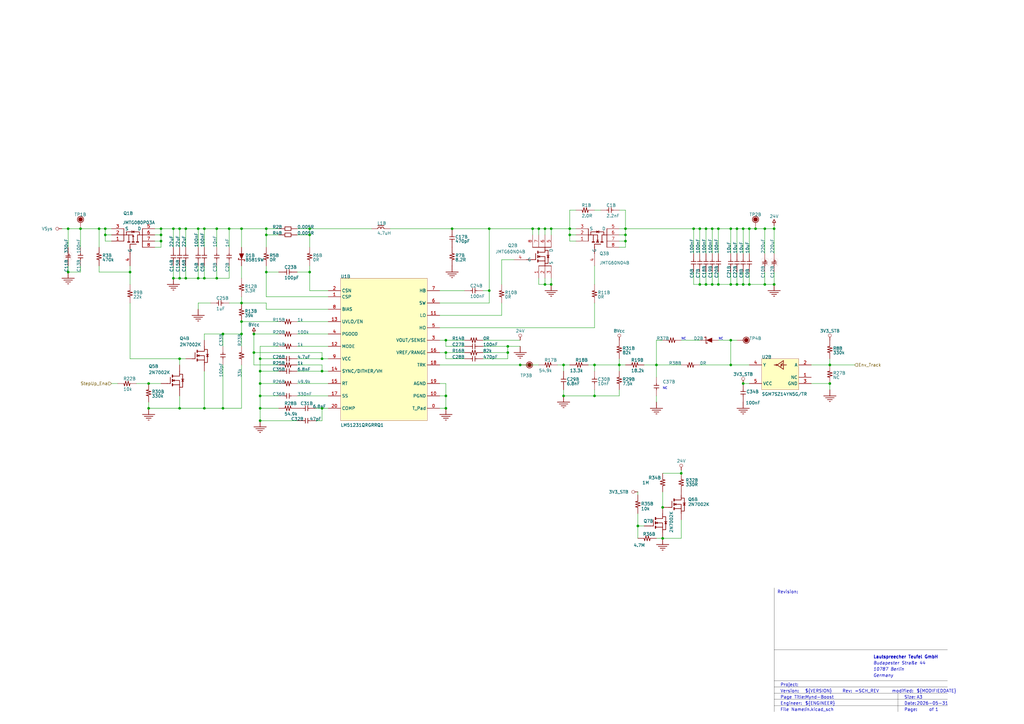
<source format=kicad_sch>
(kicad_sch (version 20231120) (generator "eeschema") (generator_version "8.0")
  (paper "A3")
  (title_block (title "Mynd-Boost") (rev "=SCH_REV"))
  (lib_symbols
    (symbol "Mynd_Main-altium-import:24V_ARROW" (power)
      (property "Reference" "#PWR" (at 0 0 0))
      (property "Value" "24V" (at 0 3.81 0))
      (symbol "24V_ARROW_0_0"
        (pin power_in line (at 0 0 0) (length 0) hide (name "24V") (number ""))
      )
    )
    (symbol "Mynd_Main-altium-import:24V_CIRCLE" (power)
      (property "Reference" "#PWR" (at 0 0 0))
      (property "Value" "24V" (at 0 3.81 0))
      (symbol "24V_CIRCLE_0_0"
        (pin power_in line (at 0 0 0) (length 0) hide (name "24V") (number ""))
      )
    )
    (symbol "Mynd_Main-altium-import:3V3_STB_CIRCLE" (power)
      (property "Reference" "#PWR" (at 0 0 0))
      (property "Value" "3V3_STB" (at 0 3.81 0))
      (symbol "3V3_STB_CIRCLE_0_0"
        (pin power_in line (at 0 0 0) (length 0) hide (name "3V3_STB") (number ""))
      )
    )
    (symbol "Mynd_Main-altium-import:BVcc_ARROW" (power)
      (property "Reference" "#PWR" (at 0 0 0))
      (property "Value" "BVcc" (at 0 3.81 0))
      (symbol "BVcc_ARROW_0_0"
        (pin power_in line (at 0 0 0) (length 0) hide (name "BVcc") (number ""))
      )
    )
    (symbol "Mynd_Main-altium-import:BVcc_CIRCLE" (power)
      (property "Reference" "#PWR" (at 0 0 0))
      (property "Value" "BVcc" (at 0 3.81 0))
      (symbol "BVcc_CIRCLE_0_0"
        (pin power_in line (at 0 0 0) (length 0) hide (name "BVcc") (number ""))
      )
    )
    (symbol "Mynd_Main-altium-import:GND_POWER_GROUND" (power)
      (property "Reference" "#PWR" (at 0 0 0))
      (property "Value" "GND" (at 0 6.35 0))
      (symbol "GND_POWER_GROUND_0_0"
        (pin power_in line (at 0 0 0) (length 0) hide (name "GND") (number ""))
      )
    )
    (symbol "Mynd_Main-altium-import:U_Boost_0_CAP1"
      (symbol "U_Boost_0_CAP1_1_0"
        (pin passive line (at 0 0 0) (length 2.54) (name "1") (number "1"))
        (pin passive line (at 7.62 0 180) (length 2.54) (name "2") (number "2"))
      )
    )
    (symbol "Mynd_Main-altium-import:U_Boost_0_INDUCTOR1"
      (symbol "U_Boost_0_INDUCTOR1_1_0"
        (pin passive line (at 0 0 0) (length 2.54) (name "1") (number "1"))
        (pin passive line (at 7.62 0 180) (length 2.54) (name "2") (number "2"))
      )
    )
    (symbol "Mynd_Main-altium-import:U_Boost_0_LM51231"
      (symbol "U_Boost_0_LM51231_1_0"
        (pin passive line (at 40.64 -53.34 180) (length 5.08) (name "T_Pad") (number "0"))
        (pin passive line (at -5.08 -7.62 0) (length 5.08) (name "CSP") (number "1"))
        (pin passive line (at 40.64 -48.26 180) (length 5.08) (name "PGND") (number "10"))
        (pin passive line (at 40.64 -15.24 180) (length 5.08) (name "LO") (number "11"))
        (pin passive line (at -5.08 -27.94 0) (length 5.08) (name "MODE") (number "12"))
        (pin passive line (at -5.08 -17.78 0) (length 5.08) (name "UVLO/EN") (number "13"))
        (pin passive line (at -5.08 -38.1 0) (length 5.08) (name "SYNC/DITHER/VH") (number "14"))
        (pin passive line (at -5.08 -43.18 0) (length 5.08) (name "RT") (number "15"))
        (pin passive line (at 40.64 -30.48 180) (length 5.08) (name "VREF/RANGE") (number "16"))
        (pin passive line (at -5.08 -48.26 0) (length 5.08) (name "SS") (number "17"))
        (pin passive line (at 40.64 -35.56 180) (length 5.08) (name "TRK") (number "18"))
        (pin passive line (at 40.64 -43.18 180) (length 5.08) (name "AGND") (number "19"))
        (pin passive line (at -5.08 -5.08 0) (length 5.08) (name "CSN") (number "2"))
        (pin passive line (at -5.08 -53.34 0) (length 5.08) (name "COMP") (number "20"))
        (pin passive line (at 40.64 -25.4 180) (length 5.08) (name "VOUT/SENSE") (number "3"))
        (pin passive line (at -5.08 -22.86 0) (length 5.08) (name "PGOOD") (number "4"))
        (pin passive line (at 40.64 -20.32 180) (length 5.08) (name "HO") (number "5"))
        (pin passive line (at 40.64 -10.16 180) (length 5.08) (name "SW") (number "6"))
        (pin passive line (at 40.64 -5.08 180) (length 5.08) (name "HB") (number "7"))
        (pin passive line (at -5.08 -12.7 0) (length 5.08) (name "BIAS") (number "8"))
        (pin passive line (at -5.08 -33.02 0) (length 5.08) (name "VCC") (number "9"))
      )
    )
    (symbol "Mynd_Main-altium-import:U_Boost_0_N-MOS1"
      (symbol "U_Boost_0_N-MOS1_1_0"
        (pin passive line (at 5.08 5.08 270) (length 2.54) (name "D") (number "D"))
        (pin passive line (at -2.54 -2.54 0) (length 2.54) (name "G") (number "G"))
        (pin passive line (at 5.08 -7.62 90) (length 2.54) (name "S") (number "S"))
      )
    )
    (symbol "Mynd_Main-altium-import:U_Boost_0_N-MOS2_8Pin"
      (symbol "U_Boost_0_N-MOS2_8Pin_1_0"
        (pin passive line (at 2.54 -12.7 90) (length 5.08) (name "S") (number "1"))
        (pin passive line (at 5.08 -12.7 90) (length 5.08) (name "S") (number "2"))
        (pin passive line (at 7.62 -12.7 90) (length 5.08) (name "S") (number "3"))
        (pin passive line (at -7.62 -5.08 0) (length 5.08) (name "G") (number "4"))
        (pin passive line (at 7.62 5.08 270) (length 5.08) (name "D") (number "5"))
        (pin passive line (at 5.08 5.08 270) (length 5.08) (name "D") (number "6"))
        (pin passive line (at 2.54 5.08 270) (length 5.08) (name "D") (number "7"))
        (pin passive line (at 0 5.08 270) (length 5.08) (name "D") (number "8"))
      )
    )
    (symbol "Mynd_Main-altium-import:U_Boost_0_RES1"
      (symbol "U_Boost_0_RES1_1_0"
        (pin passive line (at 0 0 0) (length 2.54) (name "1") (number "1"))
        (pin passive line (at 7.62 0 180) (length 2.54) (name "2") (number "2"))
      )
    )
    (symbol "Mynd_Main-altium-import:U_Boost_0_RES4"
      (symbol "U_Boost_0_RES4_1_0"
        (pin passive line (at 0 0 0) (length 2.54) (name "1") (number "1"))
        (pin passive line (at 7.62 0 180) (length 2.54) (name "2") (number "2"))
      )
    )
    (symbol "Mynd_Main-altium-import:U_Boost_0_TP"
      (symbol "U_Boost_0_TP_1_0"
        (pin passive line (at 0 0 0) (length 2.54) (name "1") (number "1"))
      )
    )
    (symbol "Mynd_Main-altium-import:U_Boost_0_mirrored_74xx1G14"
      (symbol "U_Boost_0_mirrored_74xx1G14_1_0"
        (pin passive line (at 5.08 -7.62 180) (length 5.08) (name "NC") (number "1"))
        (pin passive line (at 5.08 -2.54 180) (length 5.08) (name "A") (number "2"))
        (pin passive line (at 5.08 -10.16 180) (length 5.08) (name "GND") (number "3"))
        (pin passive line (at -20.32 -2.54 0) (length 5.08) (name "Y") (number "4"))
        (pin passive line (at -20.32 -10.16 0) (length 5.08) (name "VCC") (number "5"))
      )
    )
    (symbol "Mynd_Main-altium-import:U_Boost_0_mirrored_DIODE_SCHOTTKY1"
      (symbol "U_Boost_0_mirrored_DIODE_SCHOTTKY1_1_0"
        (pin passive line (at 0 0 180) (length 2.54) (name "A") (number "A"))
        (pin passive line (at -7.62 0 0) (length 2.54) (name "K") (number "K"))
      )
    )
    (symbol "Mynd_Main-altium-import:U_Boost_1_CAP1"
      (symbol "U_Boost_1_CAP1_1_0"
        (pin passive line (at 0 0 90) (length 2.54) (name "1") (number "1"))
        (pin passive line (at 0 7.62 270) (length 2.54) (name "2") (number "2"))
      )
    )
    (symbol "Mynd_Main-altium-import:U_Boost_1_RES1"
      (symbol "U_Boost_1_RES1_1_0"
        (pin passive line (at 0 0 90) (length 2.54) (name "1") (number "1"))
        (pin passive line (at 0 7.62 270) (length 2.54) (name "2") (number "2"))
      )
    )
    (symbol "Mynd_Main-altium-import:U_Boost_1_TP"
      (symbol "U_Boost_1_TP_1_0"
        (pin passive line (at 0 0 90) (length 2.54) (name "1") (number "1"))
      )
    )
    (symbol "Mynd_Main-altium-import:U_Boost_1_mirrored_N-MOS2_8Pin"
      (symbol "U_Boost_1_mirrored_N-MOS2_8Pin_1_0"
        (pin passive line (at -12.7 2.54 0) (length 5.08) (name "S") (number "1"))
        (pin passive line (at -12.7 5.08 0) (length 5.08) (name "S") (number "2"))
        (pin passive line (at -12.7 7.62 0) (length 5.08) (name "S") (number "3"))
        (pin passive line (at -5.08 -7.62 90) (length 5.08) (name "G") (number "4"))
        (pin passive line (at 5.08 7.62 180) (length 5.08) (name "D") (number "5"))
        (pin passive line (at 5.08 5.08 180) (length 5.08) (name "D") (number "6"))
        (pin passive line (at 5.08 2.54 180) (length 5.08) (name "D") (number "7"))
        (pin passive line (at 5.08 0 180) (length 5.08) (name "D") (number "8"))
      )
    )
    (symbol "Mynd_Main-altium-import:U_Boost_1_mirrored_P-MOS2_8Pin"
      (symbol "U_Boost_1_mirrored_P-MOS2_8Pin_1_0"
        (pin passive line (at -15.24 2.54 0) (length 5.08) (name "S") (number "1"))
        (pin passive line (at -15.24 5.08 0) (length 5.08) (name "S") (number "2"))
        (pin passive line (at -15.24 7.62 0) (length 5.08) (name "S") (number "3"))
        (pin passive line (at -7.62 -7.62 90) (length 5.08) (name "G") (number "4"))
        (pin passive line (at 2.54 7.62 180) (length 5.08) (name "D") (number "5"))
        (pin passive line (at 2.54 5.08 180) (length 5.08) (name "D") (number "6"))
        (pin passive line (at 2.54 2.54 180) (length 5.08) (name "D") (number "7"))
        (pin passive line (at 2.54 0 180) (length 5.08) (name "D") (number "8"))
      )
    )
    (symbol "Mynd_Main-altium-import:U_Boost_1_mirrored_RES1"
      (symbol "U_Boost_1_mirrored_RES1_1_0"
        (pin passive line (at 0 0 90) (length 2.54) (name "1") (number "1"))
        (pin passive line (at 0 7.62 270) (length 2.54) (name "2") (number "2"))
      )
    )
    (symbol "Mynd_Main-altium-import:U_Boost_2_CAP1"
      (symbol "U_Boost_2_CAP1_1_0"
        (pin passive line (at 0 0 180) (length 2.54) (name "1") (number "1"))
        (pin passive line (at -7.62 0 0) (length 2.54) (name "2") (number "2"))
      )
    )
    (symbol "Mynd_Main-altium-import:U_Boost_2_RES1"
      (symbol "U_Boost_2_RES1_1_0"
        (pin passive line (at 0 0 180) (length 2.54) (name "1") (number "1"))
        (pin passive line (at -7.62 0 0) (length 2.54) (name "2") (number "2"))
      )
    )
    (symbol "Mynd_Main-altium-import:U_Boost_3_CAP1"
      (symbol "U_Boost_3_CAP1_1_0"
        (pin passive line (at 0 0 270) (length 2.54) (name "1") (number "1"))
        (pin passive line (at 0 -7.62 90) (length 2.54) (name "2") (number "2"))
      )
    )
    (symbol "Mynd_Main-altium-import:U_Boost_3_DIODE_SCHOTTKY1"
      (symbol "U_Boost_3_DIODE_SCHOTTKY1_1_0"
        (pin passive line (at 0 0 270) (length 2.54) (name "A") (number "A"))
        (pin passive line (at 0 -7.62 90) (length 2.54) (name "K") (number "K"))
      )
    )
    (symbol "Mynd_Main-altium-import:U_Boost_3_ECAP2"
      (symbol "U_Boost_3_ECAP2_1_0"
        (text "+" (at -0.254 -2.286 900) (effects (font (size 1.016 1.016)) (justify right top)))
        (pin passive line (at 0 0 270) (length 2.54) (name "1") (number "1"))
        (pin passive line (at 0 -7.62 90) (length 2.54) (name "2") (number "2"))
      )
    )
    (symbol "Mynd_Main-altium-import:U_Boost_3_RES1"
      (symbol "U_Boost_3_RES1_1_0"
        (pin passive line (at 0 0 270) (length 2.54) (name "1") (number "1"))
        (pin passive line (at 0 -7.62 90) (length 2.54) (name "2") (number "2"))
      )
    )
    (symbol "Mynd_Main-altium-import:VSys_CIRCLE" (power)
      (property "Reference" "#PWR" (at 0 0 0))
      (property "Value" "VSys" (at 0 3.81 0))
      (symbol "VSys_CIRCLE_0_0"
        (pin power_in line (at 0 0 0) (length 0) hide (name "VSys") (number ""))
      )
    )
  )
  (junction (at 91.44 136.9822))
  (junction (at 200.66 119.2022))
  (junction (at 292.1 116.6622))
  (junction (at 132.08 147.1422))
  (junction (at 218.44 93.8022))
  (junction (at 106.68 162.3822))
  (junction (at 88.9 114.1222))
  (junction (at 220.98 93.8022))
  (junction (at 132.08 152.2222))
  (junction (at 292.1 93.8022))
  (junction (at 43.18 96.3422))
  (junction (at 302.26 93.8022))
  (junction (at 340.36 149.6822))
  (junction (at 66.04 96.3422))
  (junction (at 27.94 111.5822))
  (junction (at 223.52 93.8022))
  (junction (at 269.24 149.6822))
  (junction (at 106.68 152.2222))
  (junction (at 223.52 116.6622))
  (junction (at 226.06 93.8022))
  (junction (at 73.66 147.1422))
  (junction (at 243.84 162.3822))
  (junction (at 60.96 167.4622))
  (junction (at 182.88 162.3822))
  (junction (at 254 149.6822))
  (junction (at 182.88 167.4622))
  (junction (at 43.18 93.8022))
  (junction (at 73.66 114.1222))
  (junction (at 127 111.5822))
  (junction (at 81.28 114.1222))
  (junction (at 106.68 147.1422))
  (junction (at 66.04 93.8022))
  (junction (at 307.34 116.6622))
  (junction (at 271.78 220.8022))
  (junction (at 73.66 167.4622))
  (junction (at 71.12 93.8022))
  (junction (at 304.8 157.3022))
  (junction (at 243.84 149.6822))
  (junction (at 299.72 149.6822))
  (junction (at 66.04 98.8822))
  (junction (at 317.5 93.8022))
  (junction (at 289.56 116.6622))
  (junction (at 226.06 116.6622))
  (junction (at 299.72 139.5222))
  (junction (at 231.14 149.6822))
  (junction (at 99.06 136.9822))
  (junction (at 132.08 167.4622))
  (junction (at 99.06 93.8022))
  (junction (at 317.5 116.6622))
  (junction (at 299.72 93.8022))
  (junction (at 106.68 167.4622))
  (junction (at 73.66 93.8022))
  (junction (at 294.64 93.8022))
  (junction (at 127 93.8022))
  (junction (at 109.22 111.5822))
  (junction (at 294.64 116.6622))
  (junction (at 256.54 96.3422))
  (junction (at 127 96.3422))
  (junction (at 304.8 116.6622))
  (junction (at 304.8 93.8022))
  (junction (at 271.78 208.1022))
  (junction (at 83.82 167.4622))
  (junction (at 106.68 157.3022))
  (junction (at 60.96 157.3022))
  (junction (at 231.14 162.3822))
  (junction (at 256.54 98.8822))
  (junction (at 200.66 93.8022))
  (junction (at 109.22 96.3422))
  (junction (at 185.42 93.8022))
  (junction (at 287.02 93.8022))
  (junction (at 33.02 93.8022))
  (junction (at 71.12 114.1222))
  (junction (at 99.06 124.2822))
  (junction (at 289.56 93.8022))
  (junction (at 309.88 93.8022))
  (junction (at 302.26 116.6622))
  (junction (at 76.2 93.8022))
  (junction (at 53.34 111.5822))
  (junction (at 287.02 116.6622))
  (junction (at 93.98 93.8022))
  (junction (at 233.68 93.8022))
  (junction (at 83.82 114.1222))
  (junction (at 109.22 93.8022))
  (junction (at 313.69 93.8022))
  (junction (at 279.4 194.1322))
  (junction (at 104.14 144.6022))
  (junction (at 27.94 93.8022))
  (junction (at 104.14 136.9822))
  (junction (at 313.69 116.6622))
  (junction (at 208.28 144.6022))
  (junction (at 307.34 93.8022))
  (junction (at 340.36 157.3022))
  (junction (at 81.28 93.8022))
  (junction (at 182.88 144.6022))
  (junction (at 106.68 172.5422))
  (junction (at 233.68 96.3422))
  (junction (at 76.2 114.1222))
  (junction (at 40.64 93.8022))
  (junction (at 213.36 149.6822))
  (junction (at 91.44 167.4622))
  (junction (at 299.72 116.6622))
  (junction (at 99.06 131.9022))
  (junction (at 261.62 215.7222))
  (junction (at 284.48 93.8022))
  (junction (at 88.9 93.8022))
  (junction (at 83.82 93.8022))
  (junction (at 208.28 142.0622))
  (junction (at 182.88 139.5222))
  (junction (at 256.54 93.8022))
  (wire (pts (xy 284.48 111.5822) (xy 284.48 116.6622)))
  (wire (pts (xy 254 149.6822) (xy 256.54 149.6822)))
  (wire (pts (xy 287.02 149.6822) (xy 299.72 149.6822)))
  (wire (pts (xy 198.12 147.1422) (xy 208.28 147.1422)))
  (wire (pts (xy 45.72 93.8022) (xy 43.18 93.8022)))
  (wire (pts (xy 134.62 147.1422) (xy 132.08 147.1422)))
  (wire (pts (xy 302.26 116.6622) (xy 304.8 116.6622)))
  (wire (pts (xy 182.88 147.1422) (xy 182.88 144.6022)))
  (wire (pts (xy 127 96.3422) (xy 127 101.4222)))
  (wire (pts (xy 269.24 139.5222) (xy 269.24 149.6822)))
  (wire (pts (xy 182.88 157.3022) (xy 182.88 162.3822)))
  (wire (pts (xy 243.84 124.2822) (xy 243.84 134.4422)))
  (wire (pts (xy 190.5 139.5222) (xy 182.88 139.5222)))
  (wire (pts (xy 289.56 103.9622) (xy 289.56 93.8022)))
  (wire (pts (xy 223.52 114.1222) (xy 223.52 116.6622)))
  (wire (pts (xy 304.8 93.8022) (xy 307.34 93.8022)))
  (wire (pts (xy 289.56 116.6622) (xy 292.1 116.6622)))
  (wire (pts (xy 66.04 157.3022) (xy 60.96 157.3022)))
  (wire (pts (xy 254 101.4222) (xy 256.54 101.4222)))
  (wire (pts (xy 182.88 142.0622) (xy 182.88 139.5222)))
  (wire (pts (xy 132.08 152.2222) (xy 121.92 152.2222)))
  (wire (pts (xy 307.34 116.6622) (xy 313.69 116.6622)))
  (polyline (pts (xy 317.5 281.7622) (xy 388.62 281.7622)) (stroke (width 0.0254) (type solid) (color 0 0 0 1)))
  (wire (pts (xy 132.08 172.5422) (xy 129.54 172.5422)))
  (wire (pts (xy 254 98.8822) (xy 256.54 98.8822)))
  (wire (pts (xy 121.92 162.3822) (xy 134.62 162.3822)))
  (wire (pts (xy 63.5 93.8022) (xy 66.04 93.8022)))
  (wire (pts (xy 81.28 109.0422) (xy 81.28 114.1222)))
  (wire (pts (xy 132.08 144.6022) (xy 132.08 147.1422)))
  (wire (pts (xy 182.88 144.6022) (xy 180.34 144.6022)))
  (wire (pts (xy 213.36 142.0622) (xy 208.28 142.0622)))
  (wire (pts (xy 109.22 101.4222) (xy 109.22 96.3422)))
  (wire (pts (xy 134.62 142.0622) (xy 121.92 142.0622)))
  (wire (pts (xy 233.68 93.8022) (xy 226.06 93.8022)))
  (wire (pts (xy 73.66 109.0422) (xy 73.66 114.1222)))
  (wire (pts (xy 292.1 103.9622) (xy 292.1 93.8022)))
  (wire (pts (xy 40.64 109.0422) (xy 40.64 111.5822)))
  (wire (pts (xy 48.26 157.3022) (xy 45.72 157.3022)))
  (wire (pts (xy 73.66 147.1422) (xy 73.66 149.6822)))
  (wire (pts (xy 287.02 103.9622) (xy 287.02 93.8022)))
  (wire (pts (xy 264.16 215.7222) (xy 261.62 215.7222)))
  (wire (pts (xy 134.62 121.7422) (xy 109.22 121.7422)))
  (wire (pts (xy 134.62 167.4622) (xy 132.08 167.4622)))
  (wire (pts (xy 208.28 147.1422) (xy 208.28 144.6022)))
  (wire (pts (xy 241.3 149.6822) (xy 243.84 149.6822)))
  (wire (pts (xy 243.84 86.1822) (xy 246.38 86.1822)))
  (wire (pts (xy 200.66 124.2822) (xy 180.34 124.2822)))
  (wire (pts (xy 91.44 136.9822) (xy 83.82 136.9822)))
  (wire (pts (xy 114.3 111.5822) (xy 109.22 111.5822)))
  (wire (pts (xy 63.5 101.4222) (xy 66.04 101.4222)))
  (wire (pts (xy 256.54 101.4222) (xy 256.54 98.8822)))
  (wire (pts (xy 332.74 149.6822) (xy 340.36 149.6822)))
  (wire (pts (xy 132.08 152.2222) (xy 134.62 152.2222)))
  (wire (pts (xy 99.06 136.9822) (xy 91.44 136.9822)))
  (wire (pts (xy 83.82 167.4622) (xy 73.66 167.4622)))
  (wire (pts (xy 27.94 109.0422) (xy 27.94 111.5822)))
  (wire (pts (xy 233.68 93.8022) (xy 233.68 86.1822)))
  (wire (pts (xy 287.02 139.5222) (xy 279.4 139.5222)))
  (wire (pts (xy 269.24 149.6822) (xy 279.4 149.6822)))
  (wire (pts (xy 185.42 93.8022) (xy 200.66 93.8022)))
  (wire (pts (xy 25.4 93.8022) (xy 27.94 93.8022)))
  (wire (pts (xy 93.98 101.4222) (xy 93.98 93.8022)))
  (wire (pts (xy 73.66 162.3822) (xy 73.66 167.4622)))
  (wire (pts (xy 271.78 139.5222) (xy 269.24 139.5222)))
  (wire (pts (xy 99.06 131.9022) (xy 114.3 131.9022)))
  (wire (pts (xy 302.26 111.5822) (xy 302.26 116.6622)))
  (wire (pts (xy 198.12 144.6022) (xy 208.28 144.6022)))
  (wire (pts (xy 304.8 103.9622) (xy 304.8 93.8022)))
  (wire (pts (xy 200.66 119.2022) (xy 200.66 124.2822)))
  (wire (pts (xy 132.08 149.6822) (xy 132.08 152.2222)))
  (wire (pts (xy 160.02 93.8022) (xy 185.42 93.8022)))
  (polyline (pts (xy 317.5 289.3822) (xy 388.62 289.3822)) (stroke (width 0.0254) (type solid) (color 0 0 0 1)))
  (wire (pts (xy 236.22 96.3422) (xy 233.68 96.3422)))
  (wire (pts (xy 190.5 119.2022) (xy 180.34 119.2022)))
  (wire (pts (xy 99.06 149.6822) (xy 99.06 167.4622)))
  (wire (pts (xy 66.04 101.4222) (xy 66.04 98.8822)))
  (polyline (pts (xy 317.5 279.2222) (xy 388.62 279.2222)) (stroke (width 0.0254) (type solid) (color 0 0 0 1)))
  (wire (pts (xy 109.22 124.2822) (xy 99.06 124.2822)))
  (wire (pts (xy 264.16 149.6822) (xy 269.24 149.6822)))
  (wire (pts (xy 243.84 162.3822) (xy 243.84 159.8422)))
  (wire (pts (xy 121.92 131.9022) (xy 134.62 131.9022)))
  (polyline (pts (xy 317.5 266.5222) (xy 388.62 266.5222)) (stroke (width 0.0254) (type solid) (color 0 0 0 1)))
  (wire (pts (xy 313.69 116.6622) (xy 317.5 116.6622)))
  (wire (pts (xy 340.36 159.8422) (xy 340.36 157.3022)))
  (wire (pts (xy 292.1 93.8022) (xy 294.64 93.8022)))
  (wire (pts (xy 233.68 96.3422) (xy 233.68 93.8022)))
  (wire (pts (xy 76.2 147.1422) (xy 73.66 147.1422)))
  (wire (pts (xy 289.56 93.8022) (xy 292.1 93.8022)))
  (wire (pts (xy 109.22 96.3422) (xy 109.22 93.8022)))
  (wire (pts (xy 223.52 96.3422) (xy 223.52 93.8022)))
  (wire (pts (xy 73.66 114.1222) (xy 76.2 114.1222)))
  (wire (pts (xy 231.14 149.6822) (xy 228.6 149.6822)))
  (wire (pts (xy 106.68 147.1422) (xy 106.68 142.0622)))
  (wire (pts (xy 43.18 96.3422) (xy 43.18 93.8022)))
  (wire (pts (xy 76.2 109.0422) (xy 76.2 114.1222)))
  (wire (pts (xy 208.28 144.6022) (xy 208.28 142.0622)))
  (wire (pts (xy 243.84 134.4422) (xy 180.34 134.4422)))
  (wire (pts (xy 269.24 154.7622) (xy 269.24 149.6822)))
  (wire (pts (xy 127 111.5822) (xy 127 119.2022)))
  (wire (pts (xy 152.4 93.8022) (xy 127 93.8022)))
  (wire (pts (xy 106.68 152.2222) (xy 106.68 147.1422)))
  (polyline (pts (xy 317.5 284.3022) (xy 388.62 284.3022)) (stroke (width 0.0254) (type solid) (color 0 0 0 1)))
  (polyline (pts (xy 317.5 266.5222) (xy 317.5 241.1222)) (stroke (width 0.0254) (type solid) (color 0 0 0 1)))
  (wire (pts (xy 81.28 126.8222) (xy 81.28 124.2822)))
  (wire (pts (xy 223.52 116.6622) (xy 226.06 116.6622)))
  (wire (pts (xy 76.2 114.1222) (xy 81.28 114.1222)))
  (wire (pts (xy 33.02 109.0422) (xy 33.02 111.5822)))
  (wire (pts (xy 106.68 142.0622) (xy 114.3 142.0622)))
  (wire (pts (xy 121.92 172.5422) (xy 106.68 172.5422)))
  (wire (pts (xy 313.69 93.8022) (xy 313.69 103.9622)))
  (wire (pts (xy 83.82 109.0422) (xy 83.82 114.1222)))
  (wire (pts (xy 76.2 93.8022) (xy 81.28 93.8022)))
  (wire (pts (xy 180.34 157.3022) (xy 182.88 157.3022)))
  (wire (pts (xy 261.62 201.7522) (xy 261.62 203.0222)))
  (wire (pts (xy 83.82 114.1222) (xy 88.9 114.1222)))
  (wire (pts (xy 299.72 111.5822) (xy 299.72 116.6622)))
  (wire (pts (xy 210.82 106.5022) (xy 205.74 106.5022)))
  (wire (pts (xy 307.34 103.9622) (xy 307.34 93.8022)))
  (wire (pts (xy 99.06 142.0622) (xy 99.06 136.9822)))
  (wire (pts (xy 317.5 92.5322) (xy 317.5 93.8022)))
  (wire (pts (xy 91.44 149.6822) (xy 91.44 167.4622)))
  (wire (pts (xy 256.54 96.3422) (xy 256.54 93.8022)))
  (wire (pts (xy 83.82 136.9822) (xy 83.82 139.5222)))
  (wire (pts (xy 88.9 101.4222) (xy 88.9 93.8022)))
  (wire (pts (xy 254 162.3822) (xy 243.84 162.3822)))
  (wire (pts (xy 71.12 114.1222) (xy 73.66 114.1222)))
  (wire (pts (xy 53.34 147.1422) (xy 73.66 147.1422)))
  (wire (pts (xy 81.28 101.4222) (xy 81.28 93.8022)))
  (wire (pts (xy 256.54 93.8022) (xy 284.48 93.8022)))
  (wire (pts (xy 127 119.2022) (xy 134.62 119.2022)))
  (wire (pts (xy 104.14 144.6022) (xy 132.08 144.6022)))
  (wire (pts (xy 271.78 220.8022) (xy 269.24 220.8022)))
  (wire (pts (xy 302.26 93.8022) (xy 304.8 93.8022)))
  (wire (pts (xy 66.04 98.8822) (xy 66.04 96.3422)))
  (polyline (pts (xy 317.5 291.9222) (xy 317.5 266.5222)) (stroke (width 0.0254) (type solid) (color 0 0 0 1)))
  (wire (pts (xy 299.72 139.5222) (xy 302.26 139.5222)))
  (wire (pts (xy 220.98 114.1222) (xy 220.98 116.6622)))
  (wire (pts (xy 182.88 167.4622) (xy 180.34 167.4622)))
  (wire (pts (xy 304.8 111.5822) (xy 304.8 116.6622)))
  (wire (pts (xy 198.12 119.2022) (xy 200.66 119.2022)))
  (wire (pts (xy 256.54 93.8022) (xy 254 93.8022)))
  (wire (pts (xy 279.4 192.8622) (xy 279.4 194.1322)))
  (wire (pts (xy 40.64 93.8022) (xy 40.64 101.4222)))
  (wire (pts (xy 340.36 149.6822) (xy 340.36 147.1422)))
  (wire (pts (xy 218.44 93.8022) (xy 218.44 96.3422)))
  (wire (pts (xy 271.78 220.8022) (xy 279.4 220.8022)))
  (wire (pts (xy 226.06 93.8022) (xy 223.52 93.8022)))
  (wire (pts (xy 243.84 149.6822) (xy 254 149.6822)))
  (wire (pts (xy 93.98 114.1222) (xy 93.98 109.0422)))
  (wire (pts (xy 299.72 103.9622) (xy 299.72 93.8022)))
  (wire (pts (xy 287.02 111.5822) (xy 287.02 116.6622)))
  (wire (pts (xy 114.3 136.9822) (xy 104.14 136.9822)))
  (wire (pts (xy 27.94 93.8022) (xy 33.02 93.8022)))
  (wire (pts (xy 226.06 114.1222) (xy 226.06 116.6622)))
  (wire (pts (xy 284.48 103.9622) (xy 284.48 93.8022)))
  (wire (pts (xy 99.06 131.9022) (xy 99.06 136.9822)))
  (wire (pts (xy 134.62 136.9822) (xy 121.92 136.9822)))
  (wire (pts (xy 205.74 124.2822) (xy 205.74 129.3622)))
  (wire (pts (xy 109.22 111.5822) (xy 109.22 109.0422)))
  (wire (pts (xy 231.14 162.3822) (xy 231.14 159.8422)))
  (wire (pts (xy 307.34 93.8022) (xy 309.88 93.8022)))
  (wire (pts (xy 200.66 93.8022) (xy 200.66 119.2022)))
  (wire (pts (xy 220.98 96.3422) (xy 220.98 93.8022)))
  (wire (pts (xy 313.69 116.6622) (xy 313.69 111.5822)))
  (wire (pts (xy 33.02 101.4222) (xy 33.02 93.8022)))
  (wire (pts (xy 76.2 101.4222) (xy 76.2 93.8022)))
  (wire (pts (xy 43.18 93.8022) (xy 40.64 93.8022)))
  (wire (pts (xy 279.4 220.8022) (xy 279.4 213.1822)))
  (wire (pts (xy 121.92 96.3422) (xy 127 96.3422)))
  (wire (pts (xy 279.4 200.4822) (xy 279.4 201.7522)))
  (wire (pts (xy 132.08 167.4622) (xy 129.54 167.4622)))
  (wire (pts (xy 60.96 157.3022) (xy 55.88 157.3022)))
  (wire (pts (xy 88.9 114.1222) (xy 93.98 114.1222)))
  (wire (pts (xy 299.72 149.6822) (xy 299.72 139.5222)))
  (wire (pts (xy 294.64 111.5822) (xy 294.64 116.6622)))
  (wire (pts (xy 269.24 164.9222) (xy 269.24 162.3822)))
  (wire (pts (xy 254 86.1822) (xy 256.54 86.1822)))
  (wire (pts (xy 243.84 162.3822) (xy 231.14 162.3822)))
  (wire (pts (xy 106.68 167.4622) (xy 106.68 162.3822)))
  (wire (pts (xy 45.72 98.8822) (xy 43.18 98.8822)))
  (polyline (pts (xy 317.5 286.8422) (xy 388.62 286.8422)) (stroke (width 0.0254) (type solid) (color 0 0 0 1)))
  (wire (pts (xy 213.36 149.6822) (xy 220.98 149.6822)))
  (wire (pts (xy 299.72 149.6822) (xy 307.34 149.6822)))
  (wire (pts (xy 208.28 142.0622) (xy 198.12 142.0622)))
  (wire (pts (xy 223.52 93.8022) (xy 220.98 93.8022)))
  (wire (pts (xy 73.66 167.4622) (xy 60.96 167.4622)))
  (wire (pts (xy 220.98 93.8022) (xy 218.44 93.8022)))
  (wire (pts (xy 340.36 149.6822) (xy 350.52 149.6822)))
  (wire (pts (xy 66.04 93.8022) (xy 71.12 93.8022)))
  (wire (pts (xy 261.62 215.7222) (xy 261.62 220.8022)))
  (wire (pts (xy 287.02 93.8022) (xy 289.56 93.8022)))
  (wire (pts (xy 60.96 164.9222) (xy 60.96 167.4622)))
  (wire (pts (xy 231.14 152.2222) (xy 231.14 149.6822)))
  (wire (pts (xy 190.5 142.0622) (xy 182.88 142.0622)))
  (wire (pts (xy 83.82 152.2222) (xy 83.82 167.4622)))
  (wire (pts (xy 233.68 86.1822) (xy 236.22 86.1822)))
  (wire (pts (xy 73.66 93.8022) (xy 76.2 93.8022)))
  (wire (pts (xy 317.5 116.6622) (xy 317.5 111.5822)))
  (wire (pts (xy 299.72 93.8022) (xy 302.26 93.8022)))
  (wire (pts (xy 289.56 111.5822) (xy 289.56 116.6622)))
  (wire (pts (xy 71.12 101.4222) (xy 71.12 93.8022)))
  (wire (pts (xy 71.12 109.0422) (xy 71.12 114.1222)))
  (wire (pts (xy 106.68 157.3022) (xy 106.68 152.2222)))
  (wire (pts (xy 83.82 101.4222) (xy 83.82 93.8022)))
  (wire (pts (xy 114.3 147.1422) (xy 106.68 147.1422)))
  (wire (pts (xy 294.64 93.8022) (xy 299.72 93.8022)))
  (wire (pts (xy 292.1 111.5822) (xy 292.1 116.6622)))
  (wire (pts (xy 53.34 109.0422) (xy 53.34 111.5822)))
  (wire (pts (xy 294.64 103.9622) (xy 294.64 93.8022)))
  (wire (pts (xy 121.92 111.5822) (xy 127 111.5822)))
  (wire (pts (xy 256.54 98.8822) (xy 256.54 96.3422)))
  (wire (pts (xy 256.54 86.1822) (xy 256.54 93.8022)))
  (wire (pts (xy 299.72 116.6622) (xy 302.26 116.6622)))
  (wire (pts (xy 99.06 93.8022) (xy 109.22 93.8022)))
  (wire (pts (xy 205.74 129.3622) (xy 180.34 129.3622)))
  (wire (pts (xy 121.92 93.8022) (xy 127 93.8022)))
  (wire (pts (xy 63.5 98.8822) (xy 66.04 98.8822)))
  (wire (pts (xy 307.34 157.3022) (xy 304.8 157.3022)))
  (wire (pts (xy 182.88 139.5222) (xy 180.34 139.5222)))
  (wire (pts (xy 243.84 152.2222) (xy 243.84 149.6822)))
  (wire (pts (xy 81.28 114.1222) (xy 83.82 114.1222)))
  (wire (pts (xy 99.06 124.2822) (xy 93.98 124.2822)))
  (wire (pts (xy 114.3 157.3022) (xy 106.68 157.3022)))
  (wire (pts (xy 233.68 149.6822) (xy 231.14 149.6822)))
  (wire (pts (xy 254 96.3422) (xy 256.54 96.3422)))
  (wire (pts (xy 91.44 167.4622) (xy 83.82 167.4622)))
  (wire (pts (xy 254 147.1422) (xy 254 149.6822)))
  (wire (pts (xy 83.82 93.8022) (xy 88.9 93.8022)))
  (wire (pts (xy 106.68 172.5422) (xy 106.68 167.4622)))
  (wire (pts (xy 205.74 106.5022) (xy 205.74 116.6622)))
  (wire (pts (xy 114.3 149.6822) (xy 104.14 149.6822)))
  (wire (pts (xy 88.9 109.0422) (xy 88.9 114.1222)))
  (wire (pts (xy 91.44 142.0622) (xy 91.44 136.9822)))
  (wire (pts (xy 106.68 162.3822) (xy 106.68 157.3022)))
  (wire (pts (xy 104.14 149.6822) (xy 104.14 144.6022)))
  (wire (pts (xy 317.5 93.8022) (xy 317.5 103.9622)))
  (wire (pts (xy 45.72 96.3422) (xy 43.18 96.3422)))
  (wire (pts (xy 218.44 93.8022) (xy 200.66 93.8022)))
  (wire (pts (xy 109.22 93.8022) (xy 114.3 93.8022)))
  (wire (pts (xy 99.06 124.2822) (xy 99.06 121.7422)))
  (wire (pts (xy 284.48 93.8022) (xy 287.02 93.8022)))
  (wire (pts (xy 127 93.8022) (xy 127 96.3422)))
  (wire (pts (xy 43.18 98.8822) (xy 43.18 96.3422)))
  (wire (pts (xy 226.06 96.3422) (xy 226.06 93.8022)))
  (wire (pts (xy 127 109.0422) (xy 127 111.5822)))
  (wire (pts (xy 104.14 136.9822) (xy 104.14 144.6022)))
  (wire (pts (xy 93.98 93.8022) (xy 99.06 93.8022)))
  (wire (pts (xy 261.62 210.6422) (xy 261.62 215.7222)))
  (wire (pts (xy 294.64 116.6622) (xy 299.72 116.6622)))
  (wire (pts (xy 63.5 96.3422) (xy 66.04 96.3422)))
  (wire (pts (xy 332.74 157.3022) (xy 340.36 157.3022)))
  (wire (pts (xy 132.08 147.1422) (xy 121.92 147.1422)))
  (wire (pts (xy 271.78 208.1022) (xy 271.78 201.7522)))
  (wire (pts (xy 190.5 147.1422) (xy 182.88 147.1422)))
  (wire (pts (xy 292.1 116.6622) (xy 294.64 116.6622)))
  (wire (pts (xy 109.22 121.7422) (xy 109.22 111.5822)))
  (wire (pts (xy 134.62 157.3022) (xy 121.92 157.3022)))
  (wire (pts (xy 236.22 98.8822) (xy 233.68 98.8822)))
  (wire (pts (xy 198.12 139.5222) (xy 213.36 139.5222)))
  (wire (pts (xy 114.3 152.2222) (xy 106.68 152.2222)))
  (wire (pts (xy 180.34 162.3822) (xy 182.88 162.3822)))
  (wire (pts (xy 243.84 116.6622) (xy 243.84 109.0422)))
  (wire (pts (xy 307.34 111.5822) (xy 307.34 116.6622)))
  (wire (pts (xy 81.28 124.2822) (xy 86.36 124.2822)))
  (wire (pts (xy 304.8 116.6622) (xy 307.34 116.6622)))
  (wire (pts (xy 284.48 116.6622) (xy 287.02 116.6622)))
  (wire (pts (xy 40.64 111.5822) (xy 53.34 111.5822)))
  (wire (pts (xy 254 159.8422) (xy 254 162.3822)))
  (wire (pts (xy 81.28 93.8022) (xy 83.82 93.8022)))
  (wire (pts (xy 40.64 93.8022) (xy 33.02 93.8022)))
  (wire (pts (xy 99.06 114.1222) (xy 99.06 109.0422)))
  (wire (pts (xy 233.68 98.8822) (xy 233.68 96.3422)))
  (wire (pts (xy 88.9 93.8022) (xy 93.98 93.8022)))
  (wire (pts (xy 313.69 93.8022) (xy 317.5 93.8022)))
  (wire (pts (xy 99.06 167.4622) (xy 91.44 167.4622)))
  (wire (pts (xy 53.34 124.2822) (xy 53.34 147.1422)))
  (wire (pts (xy 271.78 194.1322) (xy 279.4 194.1322)))
  (wire (pts (xy 99.06 93.8022) (xy 99.06 101.4222)))
  (polyline (pts (xy 368.3 291.9222) (xy 368.3 284.3022)) (stroke (width 0.0254) (type solid) (color 0 0 0 1)))
  (wire (pts (xy 287.02 116.6622) (xy 289.56 116.6622)))
  (wire (pts (xy 53.34 111.5822) (xy 53.34 116.6622)))
  (wire (pts (xy 302.26 103.9622) (xy 302.26 93.8022)))
  (wire (pts (xy 190.5 144.6022) (xy 182.88 144.6022)))
  (wire (pts (xy 182.88 162.3822) (xy 182.88 167.4622)))
  (wire (pts (xy 254 152.2222) (xy 254 149.6822)))
  (wire (pts (xy 114.3 96.3422) (xy 109.22 96.3422)))
  (wire (pts (xy 180.34 149.6822) (xy 213.36 149.6822)))
  (wire (pts (xy 73.66 101.4222) (xy 73.66 93.8022)))
  (wire (pts (xy 33.02 111.5822) (xy 27.94 111.5822)))
  (wire (pts (xy 121.92 149.6822) (xy 132.08 149.6822)))
  (wire (pts (xy 132.08 167.4622) (xy 132.08 172.5422)))
  (wire (pts (xy 134.62 126.8222) (xy 109.22 126.8222)))
  (wire (pts (xy 114.3 167.4622) (xy 106.68 167.4622)))
  (wire (pts (xy 236.22 93.8022) (xy 233.68 93.8022)))
  (wire (pts (xy 71.12 93.8022) (xy 73.66 93.8022)))
  (wire (pts (xy 294.64 139.5222) (xy 299.72 139.5222)))
  (wire (pts (xy 109.22 126.8222) (xy 109.22 124.2822)))
  (wire (pts (xy 66.04 96.3422) (xy 66.04 93.8022)))
  (wire (pts (xy 27.94 101.4222) (xy 27.94 93.8022)))
  (wire (pts (xy 220.98 116.6622) (xy 223.52 116.6622)))
  (wire (pts (xy 309.88 93.8022) (xy 313.69 93.8022)))
  (wire (pts (xy 114.3 162.3822) (xy 106.68 162.3822)))
  (text "${PROJECTNAME}" (at 330.2 281.7622 0) (effects (font (size 1.27 1.27)) (justify left bottom)))
  (text "Page Title:" (at 320.04 286.8422 0) (effects (font (size 1.27 1.27)) (justify left bottom)))
  (text "Page:" (at 370.84 291.9222 0) (effects (font (size 1.27 1.27)) (justify left bottom)))
  (text "${CURRENT_DATE}" (at 375.92 289.3822 0) (effects (font (size 1.27 1.27)) (justify left bottom)))
  (text "NC" (at 271.78 159.8422 0) (effects (font (size 0.889 0.889)) (justify left bottom)))
  (text "of" (at 381 291.9222 0) (effects (font (size 1.27 1.27)) (justify left bottom)))
  (text "Version:" (at 320.04 284.3022 0) (effects (font (size 1.27 1.27)) (justify left bottom)))
  (text "Engineer:" (at 320.04 289.3822 0) (effects (font (size 1.27 1.27)) (justify left bottom)))
  (text "A3" (at 375.92 286.8422 0) (effects (font (size 1.27 1.27)) (justify left bottom)))
  (text "${REVISION}" (at 350.52 284.3022 0) (effects (font (size 1.27 1.27)) (justify left bottom)))
  (text "File Name:" (at 320.04 291.9222 0) (effects (font (size 1.27 1.27)) (justify left bottom)))
  (text "Size:" (at 370.84 286.8422 0) (effects (font (size 1.27 1.27)) (justify left bottom)))
  (text "modified:" (at 365.76 284.3022 0) (effects (font (size 1.27 1.27)) (justify left bottom)))
  (text "${##}" (at 383.54 291.9222 0) (effects (font (size 1.27 1.27)) (justify left bottom)))
  (text "${ENGINEER}" (at 330.2 289.3822 0) (effects (font (size 1.27 1.27)) (justify left bottom)))
  (text "NC" (at 279.4 139.5222 0) (effects (font (size 0.889 0.889)) (justify left bottom)))
  (text "Revision:" (at 318.77 243.6622 0) (effects (font (size 1.27 1.27)) (justify left bottom)))
  (text "${FILENAME}" (at 330.2 291.9222 0) (effects (font (size 1.27 1.27)) (justify left bottom)))
  (text "Budapester Straße 44" (at 358.14 272.8722 0) (effects (font (size 1.27 1.27) (italic yes)) (justify left bottom)))
  (text "Rev:" (at 345.44 284.3022 0) (effects (font (size 1.27 1.27)) (justify left bottom)))
  (text "NC" (at 294.64 139.5222 0) (effects (font (size 0.889 0.889)) (justify left bottom)))
  (text "Project:" (at 320.04 281.7622 0) (effects (font (size 1.27 1.27)) (justify left bottom)))
  (text "Date:" (at 370.84 289.3822 0) (effects (font (size 1.27 1.27)) (justify left bottom)))
  (text "${MODIFIEDDATE}" (at 375.92 284.3022 0) (effects (font (size 1.27 1.27)) (justify left bottom)))
  (text "${TITLE}" (at 330.2 286.8422 0) (effects (font (size 1.27 1.27)) (justify left bottom)))
  (text "Germany" (at 358.14 277.9522 0) (effects (font (size 1.27 1.27) (italic yes)) (justify left bottom)))
  (text "${VERSION}" (at 330.2 284.3022 0) (effects (font (size 1.27 1.27)) (justify left bottom)))
  (text "Lautspreecher Teufel GmbH" (at 358.14 270.3322 0) (effects (font (size 1.27 1.27) (thickness 0.254) (bold yes)) (justify left bottom)))
  (text "10787 Berlin" (at 358.14 275.4122 0) (effects (font (size 1.27 1.27) (italic yes)) (justify left bottom)))
  (text "${#}" (at 378.46 291.9222 0) (effects (font (size 1.27 1.27)) (justify left bottom)))
  (hierarchical_label "Env_Track" (shape input) (at 350.52 149.6822 0))
  (hierarchical_label "StepUp_Ena" (shape input) (at 45.72 157.3022 180))
  (symbol (lib_id "Mynd_Main-altium-import:U_Boost_3_RES1") (at 109.22 101.4222 0) (unit 1)
    (property "Reference" "R5B" (at 110.49 105.4862 0) (effects (justify left bottom)))
    (property "Value" "${ALTIUM_VALUE}" (at 110.49 107.2642 0) (effects (justify left bottom)))
    (property "Footprint" "R0603" (effects (hide yes)))
    (property "Description" "PS SMD RES. 0OHM 1/10W 5% 0603" (effects (hide yes)))
    (property "TOLERANCE" "1%" (effects (hide yes)))
    (property "PART_TYPE" "Resistor SMT" (effects (hide yes)))
    (property "ALTIUM_VALUE" "0R" (effects (hide yes)))
    (property "MANUFACTURER" "Multi-Sourced" (effects (hide yes)))
    (property "PART_NUMBER" "Generic" (effects (hide yes)))
    (property "TEMP_COEFFICIENT" "150ppm" (effects (hide yes)))
    (property "WATTAGE" "1/10W" (effects (hide yes)))
  )
  (symbol (lib_id "Mynd_Main-altium-import:U_Boost_1_CAP1") (at 304.8 111.5822 0) (unit 1)
    (property "Reference" "C8B" (at 304.8 114.1222 90) (effects (justify left bottom)))
    (property "Value" "${ALTIUM_VALUE}" (at 304.8 103.9622 90) (effects (justify left bottom)))
    (property "Footprint" "C1206" (effects (hide yes)))
    (property "Description" "PSHF SMD M CAP 10uF 50V ±10% 1206 X5R" (effects (hide yes)))
    (property "MANUFACTURER" "Multi Sourced" (effects (hide yes)))
    (property "TOLERANCE" "±10%" (effects (hide yes)))
    (property "TEMPERATURERANGE" "X5R" (effects (hide yes)))
    (property "ALTIUM_VALUE" "10uF" (effects (hide yes)))
    (property "PART_NUMBER" "Generic" (effects (hide yes)))
    (property "PART_TYPE" "Capacitor ceramic SMT" (effects (hide yes)))
    (property "TEMP_COEFFICIENT" "X5R" (effects (hide yes)))
    (property "VOLTAGE" "50V" (effects (hide yes)))
  )
  (symbol (lib_id "Mynd_Main-altium-import:VSys_CIRCLE") (at 25.4 93.8022 270) (unit 1)
    (property "Reference" "#PWR?" (effects (hide yes)))
    (property "Value" "VSys" (at 21.59 93.8022 90) (effects (justify right)))
  )
  (symbol (lib_id "Mynd_Main-altium-import:U_Boost_0_mirrored_74xx1G14") (at 327.66 147.1422 0) (unit 1)
    (property "Reference" "U2B" (at 312.42 147.1422 0) (effects (justify left bottom)))
    (property "Value" "${ALTIUM_VALUE}" (at 312.42 162.3822 0) (effects (justify left bottom)))
    (property "Footprint" "SOT23-5" (effects (hide yes)))
    (property "Description" "GP SMD IC 5P SOT23 SGM7SZ14YN5G/TR SGMICRO" (effects (hide yes)))
    (property "MANUFACTURER" "[SGMICRO]" (effects (hide yes)))
    (property "PART_NUMBER" "SGM7SZ14YN5G/TR" (effects (hide yes)))
    (property "ALTIUM_VALUE" "${PART_NUMBER}" (effects (hide yes)))
    (property "PART_TYPE" "Semiconductor Integrated Circuit SMT" (effects (hide yes)))
  )
  (symbol (lib_id "Mynd_Main-altium-import:U_Boost_3_RES1") (at 254 139.5222 0) (unit 1)
    (property "Reference" "R31B" (at 255.27 143.5862 0) (effects (justify left bottom)))
    (property "Value" "${ALTIUM_VALUE}" (at 255.27 145.3642 0) (effects (justify left bottom)))
    (property "Footprint" "R0603" (effects (hide yes)))
    (property "Description" "GPHF SMD RES. 82KOHM 1/10W 1% 0603" (effects (hide yes)))
    (property "TOLERANCE" "1%" (effects (hide yes)))
    (property "MANUFACTURER" "Multi-Sourced" (effects (hide yes)))
    (property "WATTAGE" "1/10W" (effects (hide yes)))
    (property "ALTIUM_VALUE" "82k" (effects (hide yes)))
    (property "PART_NUMBER" "Generic" (effects (hide yes)))
    (property "PART_TYPE" "Resistor SMT" (effects (hide yes)))
    (property "TEMP_COEFFICIENT" "150ppm" (effects (hide yes)))
  )
  (symbol (lib_id "Mynd_Main-altium-import:U_Boost_0_RES1") (at 114.3 149.6822 0) (unit 1)
    (property "Reference" "R25B" (at 111.76 149.6822 0) (effects (justify left bottom)))
    (property "Value" "${ALTIUM_VALUE}" (at 121.92 149.6822 0) (effects (justify left bottom)))
    (property "Footprint" "R0603" (effects (hide yes)))
    (property "Description" "PS SMD RES. 1KOHM 1/10W 1% 0603" (effects (hide yes)))
    (property "TOLERANCE" "1%" (effects (hide yes)))
    (property "PART_TYPE" "Resistor SMT" (effects (hide yes)))
    (property "ALTIUM_VALUE" "1k" (effects (hide yes)))
    (property "MANUFACTURER" "Multi-Sourced" (effects (hide yes)))
    (property "PART_NUMBER" "Generic" (effects (hide yes)))
    (property "TEMP_COEFFICIENT" "150ppm" (effects (hide yes)))
    (property "WATTAGE" "1/10W" (effects (hide yes)))
  )
  (symbol (lib_id "Mynd_Main-altium-import:U_Boost_1_CAP1") (at 88.9 109.0422 0) (unit 1)
    (property "Reference" "C3B" (at 88.9 111.5822 90) (effects (justify left bottom)))
    (property "Value" "${ALTIUM_VALUE}" (at 88.9 101.4222 90) (effects (justify left bottom)))
    (property "Footprint" "C0603X100" (effects (hide yes)))
    (property "Description" "PSHF SMD M CAP 10nF 50V ±10% 0603 X7R" (effects (hide yes)))
    (property "MANUFACTURER" "Multi Sourced" (effects (hide yes)))
    (property "TOLERANCE" "±10%" (effects (hide yes)))
    (property "TEMPERATURERANGE" "X7R" (effects (hide yes)))
    (property "ALTIUM_VALUE" "10nF" (effects (hide yes)))
    (property "PART_NUMBER" "Generic" (effects (hide yes)))
    (property "PART_TYPE" "Capacitor ceramic SMT" (effects (hide yes)))
    (property "TEMP_COEFFICIENT" "X7R" (effects (hide yes)))
    (property "VOLTAGE" "50V" (effects (hide yes)))
  )
  (symbol (lib_id "Mynd_Main-altium-import:U_Boost_1_CAP1") (at 304.8 164.9222 0) (unit 1)
    (property "Reference" "C34B" (at 306.07 161.3662 0) (effects (justify left bottom)))
    (property "Value" "${ALTIUM_VALUE}" (at 305.816 165.9382 0) (effects (justify left bottom)))
    (property "Footprint" "C0603X100" (effects (hide yes)))
    (property "Description" "PSHF SMD M CAP 100nF 25V ±10% 0603 X7R" (effects (hide yes)))
    (property "MANUFACTURER" "Multi Sourced" (effects (hide yes)))
    (property "TOLERANCE" "±10%" (effects (hide yes)))
    (property "TEMPERATURERANGE" "X7R" (effects (hide yes)))
    (property "ALTIUM_VALUE" "100nF" (effects (hide yes)))
    (property "PART_NUMBER" "Generic" (effects (hide yes)))
    (property "PART_TYPE" "Capacitor ceramic SMT" (effects (hide yes)))
    (property "TEMP_COEFFICIENT" "X7R" (effects (hide yes)))
    (property "VOLTAGE" "25V" (effects (hide yes)))
  )
  (symbol (lib_id "Mynd_Main-altium-import:U_Boost_3_ECAP2") (at 27.94 101.4222 0) (unit 1)
    (property "Reference" "C11B" (at 27.94 111.5822 90) (effects (justify left bottom)))
    (property "Value" "${ALTIUM_VALUE}" (at 27.94 103.9622 90) (effects (justify left bottom)))
    (property "Footprint" "E_CAP_SMD_10%2A10.2" (effects (hide yes)))
    (property "Description" "GPHF SMD COND ELECT 330μF 35V ±20% -40-+105℃ 10x10.5mm" (effects (hide yes)))
    (property "MANUFACTURER" "Multi-Sourced" (effects (hide yes)))
    (property "TOLERANCE" "±20%" (effects (hide yes)))
    (property "TEMPERATURERANGE" "-40-+105℃" (effects (hide yes)))
    (property "ALTIUM_VALUE" "330uF" (effects (hide yes)))
    (property "PART_NUMBER" "Generic" (effects (hide yes)))
    (property "PART_TYPE" "Capacitor electrolytic SMT" (effects (hide yes)))
    (property "VOLTAGE" "35V" (effects (hide yes)))
  )
  (symbol (lib_id "Mynd_Main-altium-import:U_Boost_2_RES1") (at 241.3 149.6822 0) (unit 1)
    (property "Reference" "R18B" (at 235.966 148.4122 0) (effects (justify left bottom)))
    (property "Value" "${ALTIUM_VALUE}" (at 233.68 152.7302 0) (effects (justify left bottom)))
    (property "Footprint" "R0603" (effects (hide yes)))
    (property "Description" "PS SMD RES. 13.3KOHM 1/10W 1% 0603" (effects (hide yes)))
    (property "TOLERANCE" "5%" (effects (hide yes)))
    (property "PART_TYPE" "Resistor SMT" (effects (hide yes)))
    (property "ALTIUM_VALUE" "13.3k" (effects (hide yes)))
    (property "MANUFACTURER" "Multi-Sourced" (effects (hide yes)))
    (property "PART_NUMBER" "Generic" (effects (hide yes)))
    (property "TEMP_COEFFICIENT" "150ppm" (effects (hide yes)))
    (property "WATTAGE" "1/10W" (effects (hide yes)))
  )
  (symbol (lib_id "Mynd_Main-altium-import:U_Boost_1_CAP1") (at 284.48 111.5822 0) (unit 1)
    (property "Reference" "C6B" (at 284.48 114.1222 90) (effects (justify left bottom)))
    (property "Value" "${ALTIUM_VALUE}" (at 284.48 103.9622 90) (effects (justify left bottom)))
    (property "Footprint" "C0603X100" (effects (hide yes)))
    (property "Description" "PSHF SMD M CAP 100nF 50V ±10% 0603 X7R" (effects (hide yes)))
    (property "MANUFACTURER" "Multi Sourced" (effects (hide yes)))
    (property "TOLERANCE" "±10%" (effects (hide yes)))
    (property "TEMPERATURERANGE" "X7R" (effects (hide yes)))
    (property "ALTIUM_VALUE" "100nF" (effects (hide yes)))
    (property "PART_NUMBER" "Generic" (effects (hide yes)))
    (property "PART_TYPE" "Capacitor ceramic SMT" (effects (hide yes)))
    (property "TEMP_COEFFICIENT" "X7R" (effects (hide yes)))
    (property "VOLTAGE" "50V" (effects (hide yes)))
  )
  (symbol (lib_id "Mynd_Main-altium-import:U_Boost_3_RES1") (at 99.06 142.0622 0) (unit 1)
    (property "Reference" "R23B" (at 99.06 142.0622 90) (effects (justify left bottom)))
    (property "Value" "${ALTIUM_VALUE}" (at 99.06 154.7622 90) (effects (justify left bottom)))
    (property "Footprint" "R0603" (effects (hide yes)))
    (property "Description" "PS SMD RES. 33KOHM 1/10W 1% 0603" (effects (hide yes)))
    (property "TOLERANCE" "1%" (effects (hide yes)))
    (property "PART_TYPE" "Resistor SMT" (effects (hide yes)))
    (property "ALTIUM_VALUE" "33k" (effects (hide yes)))
    (property "MANUFACTURER" "Multi-Sourced" (effects (hide yes)))
    (property "PART_NUMBER" "Generic" (effects (hide yes)))
    (property "TEMP_COEFFICIENT" "150ppm" (effects (hide yes)))
    (property "WATTAGE" "1/10W" (effects (hide yes)))
  )
  (symbol (lib_id "Mynd_Main-altium-import:3V3_STB_CIRCLE") (at 304.8 157.3022 180) (unit 1)
    (property "Reference" "#PWR?" (effects (hide yes)))
    (property "Value" "3V3_STB" (at 304.8 153.4922 0))
  )
  (symbol (lib_id "Mynd_Main-altium-import:U_Boost_3_DIODE_SCHOTTKY1") (at 99.06 101.4222 0) (unit 1)
    (property "Reference" "D1B" (at 100.584 105.4862 0) (effects (justify left bottom)))
    (property "Value" "${ALTIUM_VALUE}" (at 100.584 107.2642 0) (effects (justify left bottom)))
    (property "Footprint" "SOD-123" (effects (hide yes)))
    (property "Description" "PS SMD DIODE 2P SOD-123 B5819W CJ" (effects (hide yes)))
    (property "MANUFACTURER" "[CJ]" (effects (hide yes)))
    (property "CURRENT" "1A" (effects (hide yes)))
    (property "VOLTAGE" "40V" (effects (hide yes)))
    (property "ALTIUM_VALUE" "${PART_NUMBER}" (effects (hide yes)))
    (property "PART_NUMBER" "B5819W" (effects (hide yes)))
    (property "PART_TYPE" "Semiconductor Diode SMT" (effects (hide yes)))
  )
  (symbol (lib_id "Mynd_Main-altium-import:U_Boost_3_RES1") (at 60.96 157.3022 0) (unit 1)
    (property "Reference" "R30B" (at 62.23 161.3662 0) (effects (justify left bottom)))
    (property "Value" "${ALTIUM_VALUE}" (at 62.23 163.1442 0) (effects (justify left bottom)))
    (property "Footprint" "R0603" (effects (hide yes)))
    (property "Description" "PS SMD RES. 330KOHM 1/10W 1% 0603" (effects (hide yes)))
    (property "TOLERANCE" "1%" (effects (hide yes)))
    (property "PART_TYPE" "Resistor SMT" (effects (hide yes)))
    (property "ALTIUM_VALUE" "330k" (effects (hide yes)))
    (property "MANUFACTURER" "Multi-Sourced" (effects (hide yes)))
    (property "PART_NUMBER" "Generic" (effects (hide yes)))
    (property "TEMP_COEFFICIENT" "150ppm" (effects (hide yes)))
    (property "WATTAGE" "1/10W" (effects (hide yes)))
  )
  (symbol (lib_id "Mynd_Main-altium-import:U_Boost_2_RES1") (at 228.6 149.6822 0) (unit 1)
    (property "Reference" "R17B" (at 223.266 148.4122 0) (effects (justify left bottom)))
    (property "Value" "${ALTIUM_VALUE}" (at 220.98 152.7302 0) (effects (justify left bottom)))
    (property "Footprint" "R0603" (effects (hide yes)))
    (property "Description" "SMD RES. 54.9KOhm 1/10W 1% 0603" (effects (hide yes)))
    (property "TOLERANCE" "5%" (effects (hide yes)))
    (property "PART_TYPE" "Resistor SMT" (effects (hide yes)))
    (property "ALTIUM_VALUE" "54.9k" (effects (hide yes)))
    (property "MANUFACTURER" "Multi-Sourced" (effects (hide yes)))
    (property "PART_NUMBER" "Generic" (effects (hide yes)))
    (property "TEMP_COEFFICIENT" "150ppm" (effects (hide yes)))
    (property "WATTAGE" "1/10W" (effects (hide yes)))
  )
  (symbol (lib_id "Mynd_Main-altium-import:U_Boost_1_CAP1") (at 294.64 111.5822 0) (unit 1)
    (property "Reference" "C20B" (at 294.64 114.1222 90) (effects (justify left bottom)))
    (property "Value" "${ALTIUM_VALUE}" (at 294.64 103.9622 90) (effects (justify left bottom)))
    (property "Footprint" "C0603X100" (effects (hide yes)))
    (property "Description" "PSHF SMD M CAP 100nF 50V ±10% 0603 X7R" (effects (hide yes)))
    (property "MANUFACTURER" "Multi Sourced" (effects (hide yes)))
    (property "TOLERANCE" "±10%" (effects (hide yes)))
    (property "TEMPERATURERANGE" "X7R" (effects (hide yes)))
    (property "ALTIUM_VALUE" "100nF" (effects (hide yes)))
    (property "PART_NUMBER" "Generic" (effects (hide yes)))
    (property "PART_TYPE" "Capacitor ceramic SMT" (effects (hide yes)))
    (property "TEMP_COEFFICIENT" "X7R" (effects (hide yes)))
    (property "VOLTAGE" "50V" (effects (hide yes)))
  )
  (symbol (lib_id "Mynd_Main-altium-import:GND_POWER_GROUND") (at 271.78 220.8022 0) (unit 1)
    (property "Reference" "#PWR?" (effects (hide yes)))
    (property "Value" "GND" (effects (hide yes)))
  )
  (symbol (lib_id "Mynd_Main-altium-import:U_Boost_1_RES1") (at 185.42 109.0422 0) (unit 1)
    (property "Reference" "R7B" (at 186.69 105.4862 0) (effects (justify left bottom)))
    (property "Value" "${ALTIUM_VALUE}" (at 186.69 107.2642 0) (effects (justify left bottom)))
    (property "Footprint" "R0805" (effects (hide yes)))
    (property "Description" "SMD RES. 8.2Ohm 1/8W 1% 0805" (effects (hide yes)))
    (property "TOLERANCE" "1%" (effects (hide yes)))
    (property "PART_TYPE" "Resistor SMT" (effects (hide yes)))
    (property "ALTIUM_VALUE" "8.2R" (effects (hide yes)))
    (property "MANUFACTURER" "Multi-Sourced" (effects (hide yes)))
    (property "PART_NUMBER" "Generic" (effects (hide yes)))
    (property "TEMP_COEFFICIENT" "150ppm" (effects (hide yes)))
    (property "WATTAGE" "1/8W" (effects (hide yes)))
  )
  (symbol (lib_id "Mynd_Main-altium-import:U_Boost_1_CAP1") (at 76.2 109.0422 0) (unit 1)
    (property "Reference" "C16B" (at 76.2 111.5822 90) (effects (justify left bottom)))
    (property "Value" "${ALTIUM_VALUE}" (at 76.2 101.4222 90) (effects (justify left bottom)))
    (property "Footprint" "C1206" (effects (hide yes)))
    (property "Description" "PSHF SMD M CAP 22uF 25V ±20% 1206 X5R" (effects (hide yes)))
    (property "MANUFACTURER" "Multi Sourced" (effects (hide yes)))
    (property "TOLERANCE" "±20%" (effects (hide yes)))
    (property "TEMPERATURERANGE" "X5R" (effects (hide yes)))
    (property "ALTIUM_VALUE" "22uF" (effects (hide yes)))
    (property "PART_NUMBER" "Generic" (effects (hide yes)))
    (property "PART_TYPE" "Capacitor ceramic SMT" (effects (hide yes)))
    (property "TEMP_COEFFICIENT" "X5R" (effects (hide yes)))
    (property "VOLTAGE" "25V" (effects (hide yes)))
  )
  (symbol (lib_id "Mynd_Main-altium-import:U_Boost_3_RES1") (at 99.06 124.2822 0) (unit 1)
    (property "Reference" "R13B" (at 100.33 128.3462 0) (effects (justify left bottom)))
    (property "Value" "${ALTIUM_VALUE}" (at 100.33 130.1242 0) (effects (justify left bottom)))
    (property "Footprint" "R0603" (effects (hide yes)))
    (property "Description" "PS SMD RES. 39KOHM 1/10W 1% 0603" (effects (hide yes)))
    (property "TOLERANCE" "1%" (effects (hide yes)))
    (property "PART_TYPE" "Resistor SMT" (effects (hide yes)))
    (property "ALTIUM_VALUE" "39k" (effects (hide yes)))
    (property "MANUFACTURER" "Multi-Sourced" (effects (hide yes)))
    (property "PART_NUMBER" "Generic" (effects (hide yes)))
    (property "TEMP_COEFFICIENT" "150ppm" (effects (hide yes)))
    (property "WATTAGE" "1/10W" (effects (hide yes)))
  )
  (symbol (lib_id "Mynd_Main-altium-import:GND_POWER_GROUND") (at 213.36 142.0622 0) (unit 1)
    (property "Reference" "#PWR?" (effects (hide yes)))
    (property "Value" "GND" (effects (hide yes)))
  )
  (symbol (lib_id "Mynd_Main-altium-import:U_Boost_0_RES1") (at 114.3 131.9022 0) (unit 1)
    (property "Reference" "R15B" (at 111.76 131.9022 0) (effects (justify left bottom)))
    (property "Value" "${ALTIUM_VALUE}" (at 121.92 131.9022 0) (effects (justify left bottom)))
    (property "Footprint" "R0603" (effects (hide yes)))
    (property "Description" "PS SMD RES. 1KOHM 1/10W 1% 0603" (effects (hide yes)))
    (property "TOLERANCE" "1%" (effects (hide yes)))
    (property "PART_TYPE" "Resistor SMT" (effects (hide yes)))
    (property "ALTIUM_VALUE" "1k" (effects (hide yes)))
    (property "MANUFACTURER" "Multi-Sourced" (effects (hide yes)))
    (property "PART_NUMBER" "Generic" (effects (hide yes)))
    (property "TEMP_COEFFICIENT" "150ppm" (effects (hide yes)))
    (property "WATTAGE" "1/10W" (effects (hide yes)))
  )
  (symbol (lib_id "Mynd_Main-altium-import:U_Boost_1_CAP1") (at 73.66 109.0422 0) (unit 1)
    (property "Reference" "C15B" (at 73.66 111.5822 90) (effects (justify left bottom)))
    (property "Value" "${ALTIUM_VALUE}" (at 73.66 101.4222 90) (effects (justify left bottom)))
    (property "Footprint" "C1206" (effects (hide yes)))
    (property "Description" "PSHF SMD M CAP 22uF 25V ±20% 1206 X5R" (effects (hide yes)))
    (property "MANUFACTURER" "Multi Sourced" (effects (hide yes)))
    (property "TOLERANCE" "±20%" (effects (hide yes)))
    (property "TEMPERATURERANGE" "X5R" (effects (hide yes)))
    (property "ALTIUM_VALUE" "22uF" (effects (hide yes)))
    (property "PART_NUMBER" "Generic" (effects (hide yes)))
    (property "PART_TYPE" "Capacitor ceramic SMT" (effects (hide yes)))
    (property "TEMP_COEFFICIENT" "X5R" (effects (hide yes)))
    (property "VOLTAGE" "25V" (effects (hide yes)))
  )
  (symbol (lib_id "Mynd_Main-altium-import:U_Boost_3_CAP1") (at 81.28 101.4222 0) (unit 1)
    (property "Reference" "C4B" (at 81.28 111.5822 90) (effects (justify left bottom)))
    (property "Value" "${ALTIUM_VALUE}" (at 81.28 101.4222 90) (effects (justify left bottom)))
    (property "Footprint" "C0603X100" (effects (hide yes)))
    (property "Description" "PSHF SMD M CAP 100nF 25V ±10% 0603 X7R" (effects (hide yes)))
    (property "MANUFACTURER" "Multi Sourced" (effects (hide yes)))
    (property "TOLERANCE" "±10%" (effects (hide yes)))
    (property "TEMPERATURERANGE" "X7R" (effects (hide yes)))
    (property "ALTIUM_VALUE" "100nF" (effects (hide yes)))
    (property "PART_NUMBER" "Generic" (effects (hide yes)))
    (property "PART_TYPE" "Capacitor ceramic SMT" (effects (hide yes)))
    (property "TEMP_COEFFICIENT" "X7R" (effects (hide yes)))
    (property "VOLTAGE" "25V" (effects (hide yes)))
  )
  (symbol (lib_id "Mynd_Main-altium-import:3V3_STB_CIRCLE") (at 340.36 139.5222 180) (unit 1)
    (property "Reference" "#PWR?" (effects (hide yes)))
    (property "Value" "3V3_STB" (at 340.36 135.7122 0))
  )
  (symbol (lib_id "Mynd_Main-altium-import:24V_CIRCLE") (at 213.36 139.5222 180) (unit 1)
    (property "Reference" "#PWR?" (effects (hide yes)))
    (property "Value" "24V" (at 213.36 135.7122 0))
  )
  (symbol (lib_id "Mynd_Main-altium-import:U_Boost_3_CAP1") (at 83.82 101.4222 0) (unit 1)
    (property "Reference" "C5B" (at 83.82 111.5822 90) (effects (justify left bottom)))
    (property "Value" "${ALTIUM_VALUE}" (at 83.82 101.4222 90) (effects (justify left bottom)))
    (property "Footprint" "C0603X100" (effects (hide yes)))
    (property "Description" "PSHF SMD M CAP 100nF 25V ±10% 0603 X7R" (effects (hide yes)))
    (property "MANUFACTURER" "Multi Sourced" (effects (hide yes)))
    (property "TOLERANCE" "±10%" (effects (hide yes)))
    (property "TEMPERATURERANGE" "X7R" (effects (hide yes)))
    (property "ALTIUM_VALUE" "100nF" (effects (hide yes)))
    (property "PART_NUMBER" "Generic" (effects (hide yes)))
    (property "PART_TYPE" "Capacitor ceramic SMT" (effects (hide yes)))
    (property "TEMP_COEFFICIENT" "X7R" (effects (hide yes)))
    (property "VOLTAGE" "25V" (effects (hide yes)))
  )
  (symbol (lib_id "Mynd_Main-altium-import:U_Boost_0_RES1") (at 271.78 139.5222 0) (unit 1)
    (property "Reference" "R37B" (at 269.24 139.5222 0) (effects (justify left bottom)))
    (property "Value" "${ALTIUM_VALUE}" (effects (hide yes)))
    (property "Footprint" "R0603" (effects (hide yes)))
    (property "Description" "GPHF SMD RES. 180OHM 1/10W 5% 0603" (effects (hide yes)))
    (property "WATTAGE" "1/10W" (effects (hide yes)))
    (property "MANUFACTURER" "Multi-Sourced" (effects (hide yes)))
    (property "TOLERANCE" "5%" (effects (hide yes)))
    (property "ALTIUM_VALUE" "180R" (effects (hide yes)))
    (property "PART_NUMBER" "Generic" (effects (hide yes)))
    (property "PART_TYPE" "Resistor SMT" (effects (hide yes)))
    (property "TEMP_COEFFICIENT" "150ppm" (effects (hide yes)))
  )
  (symbol (lib_id "Mynd_Main-altium-import:U_Boost_1_TP") (at 33.02 93.8022 0) (unit 1)
    (property "Reference" "TP1B" (at 30.48 88.7222 0) (effects (justify left bottom)))
    (property "Value" "TP_T_60_40" (effects (hide yes)))
    (property "Footprint" "TP_T_60_40" (effects (hide yes)))
    (property "Description" "Test Point" (effects (hide yes)))
    (property "DESIGN ITEM ID" "TP" (effects (hide yes)))
  )
  (symbol (lib_id "Mynd_Main-altium-import:U_Boost_2_RES1") (at 264.16 149.6822 0) (unit 1)
    (property "Reference" "R19B" (at 258.826 148.4122 0) (effects (justify left bottom)))
    (property "Value" "${ALTIUM_VALUE}" (at 258.826 152.7302 0) (effects (justify left bottom)))
    (property "Footprint" "R0603" (effects (hide yes)))
    (property "Description" "GPHF SMD RES. 18.2KOHM 1/10W 1% 0603" (effects (hide yes)))
    (property "TOLERANCE" "1%" (effects (hide yes)))
    (property "MANUFACTURER" "Multi-Sourced" (effects (hide yes)))
    (property "WATTAGE" "1/10W" (effects (hide yes)))
    (property "ALTIUM_VALUE" "18.2k" (effects (hide yes)))
    (property "PART_NUMBER" "Generic" (effects (hide yes)))
    (property "PART_TYPE" "Resistor SMT" (effects (hide yes)))
    (property "TEMP_COEFFICIENT" "150ppm" (effects (hide yes)))
  )
  (symbol (lib_id "Mynd_Main-altium-import:U_Boost_0_RES1") (at 261.62 220.8022 0) (unit 1)
    (property "Reference" "R36B" (at 263.652 219.7862 0) (effects (justify left bottom)))
    (property "Value" "${ALTIUM_VALUE}" (at 259.842 224.3582 0) (effects (justify left bottom)))
    (property "Footprint" "R0603" (effects (hide yes)))
    (property "Description" "PS SMD RES. 4.7MOHM 1/10W 5% 0603" (effects (hide yes)))
    (property "TOLERANCE" "5%" (effects (hide yes)))
    (property "MANUFACTURER" "Multi-Sourced" (effects (hide yes)))
    (property "WATTAGE" "1/10W" (effects (hide yes)))
    (property "ALTIUM_VALUE" "4.7M" (effects (hide yes)))
    (property "PART_NUMBER" "Generic" (effects (hide yes)))
    (property "PART_TYPE" "Resistor SMT" (effects (hide yes)))
    (property "TEMP_COEFFICIENT" "150ppm" (effects (hide yes)))
  )
  (symbol (lib_id "Mynd_Main-altium-import:U_Boost_1_CAP1") (at 299.72 111.5822 0) (unit 1)
    (property "Reference" "C21B" (at 299.72 114.1222 90) (effects (justify left bottom)))
    (property "Value" "${ALTIUM_VALUE}" (at 299.72 103.9622 90) (effects (justify left bottom)))
    (property "Footprint" "C1206" (effects (hide yes)))
    (property "Description" "PSHF SMD M CAP 10uF 50V ±10% 1206 X5R" (effects (hide yes)))
    (property "MANUFACTURER" "Multi Sourced" (effects (hide yes)))
    (property "TOLERANCE" "±10%" (effects (hide yes)))
    (property "TEMPERATURERANGE" "X5R" (effects (hide yes)))
    (property "ALTIUM_VALUE" "10uF" (effects (hide yes)))
    (property "PART_NUMBER" "Generic" (effects (hide yes)))
    (property "PART_TYPE" "Capacitor ceramic SMT" (effects (hide yes)))
    (property "TEMP_COEFFICIENT" "X5R" (effects (hide yes)))
    (property "VOLTAGE" "50V" (effects (hide yes)))
  )
  (symbol (lib_id "Mynd_Main-altium-import:GND_POWER_GROUND") (at 106.68 172.5422 0) (unit 1)
    (property "Reference" "#PWR?" (effects (hide yes)))
    (property "Value" "GND" (effects (hide yes)))
  )
  (symbol (lib_id "Mynd_Main-altium-import:U_Boost_0_RES1") (at 190.5 144.6022 0) (unit 1)
    (property "Reference" "R16B" (at 185.42 144.6022 0) (effects (justify left bottom)))
    (property "Value" "${ALTIUM_VALUE}" (at 198.12 144.6022 0) (effects (justify left bottom)))
    (property "Footprint" "R0603" (effects (hide yes)))
    (property "Description" "PS SMD RES. 82KOHM 1/10W 1% 0603" (effects (hide yes)))
    (property "TOLERANCE" "5%" (effects (hide yes)))
    (property "PART_TYPE" "Resistor SMT" (effects (hide yes)))
    (property "ALTIUM_VALUE" "82k" (effects (hide yes)))
    (property "MANUFACTURER" "Multi-Sourced" (effects (hide yes)))
    (property "PART_NUMBER" "Generic" (effects (hide yes)))
    (property "TEMP_COEFFICIENT" "150ppm" (effects (hide yes)))
    (property "WATTAGE" "1/10W" (effects (hide yes)))
  )
  (symbol (lib_id "Mynd_Main-altium-import:U_Boost_3_RES1") (at 340.36 139.5222 0) (unit 1)
    (property "Reference" "R8B" (at 341.63 143.5862 0) (effects (justify left bottom)))
    (property "Value" "${ALTIUM_VALUE}" (at 341.63 145.3642 0) (effects (justify left bottom)))
    (property "Footprint" "R0603" (effects (hide yes)))
    (property "Description" "PS SMD RES. 330KOHM 1/10W 1% 0603" (effects (hide yes)))
    (property "TOLERANCE" "1%" (effects (hide yes)))
    (property "PART_TYPE" "Resistor SMT" (effects (hide yes)))
    (property "ALTIUM_VALUE" "330k" (effects (hide yes)))
    (property "MANUFACTURER" "Multi-Sourced" (effects (hide yes)))
    (property "PART_NUMBER" "Generic" (effects (hide yes)))
    (property "TEMP_COEFFICIENT" "150ppm" (effects (hide yes)))
    (property "WATTAGE" "1/10W" (effects (hide yes)))
  )
  (symbol (lib_id "Mynd_Main-altium-import:GND_POWER_GROUND") (at 182.88 167.4622 0) (unit 1)
    (property "Reference" "#PWR?" (effects (hide yes)))
    (property "Value" "GND" (effects (hide yes)))
  )
  (symbol (lib_id "Mynd_Main-altium-import:U_Boost_2_RES1") (at 198.12 139.5222 0) (unit 1)
    (property "Reference" "R14B" (at 185.42 139.5222 0) (effects (justify left bottom)))
    (property "Value" "${ALTIUM_VALUE}" (at 198.12 139.5222 0) (effects (justify left bottom)))
    (property "Footprint" "R0603" (effects (hide yes)))
    (property "Description" "PS SMD RES. 0OHM 1/10W 5% 0603" (effects (hide yes)))
    (property "TOLERANCE" "1%" (effects (hide yes)))
    (property "PART_TYPE" "Resistor SMT" (effects (hide yes)))
    (property "ALTIUM_VALUE" "0R" (effects (hide yes)))
    (property "MANUFACTURER" "Multi-Sourced" (effects (hide yes)))
    (property "PART_NUMBER" "Generic" (effects (hide yes)))
    (property "TEMP_COEFFICIENT" "150ppm" (effects (hide yes)))
    (property "WATTAGE" "1/10W" (effects (hide yes)))
  )
  (symbol (lib_id "Mynd_Main-altium-import:U_Boost_1_RES1") (at 271.78 201.7522 0) (unit 1)
    (property "Reference" "R34B" (at 265.938 196.6722 0) (effects (justify left bottom)))
    (property "Value" "${ALTIUM_VALUE}" (at 263.398 198.7042 0) (effects (justify left bottom)))
    (property "Footprint" "R0603" (effects (hide yes)))
    (property "Description" "PS SMD RES. 1MOHM 1/10W 5% 0603" (effects (hide yes)))
    (property "TOLERANCE" "5%" (effects (hide yes)))
    (property "MANUFACTURER" "Multi-Sourced" (effects (hide yes)))
    (property "WATTAGE" "1/10W" (effects (hide yes)))
    (property "ALTIUM_VALUE" "1M" (effects (hide yes)))
    (property "PART_NUMBER" "Generic" (effects (hide yes)))
    (property "PART_TYPE" "Resistor SMT" (effects (hide yes)))
    (property "TEMP_COEFFICIENT" "150ppm" (effects (hide yes)))
  )
  (symbol (lib_id "Mynd_Main-altium-import:U_Boost_1_CAP1") (at 269.24 162.3822 0) (unit 1)
    (property "Reference" "C37B" (at 271.78 157.3022 0) (effects (justify left bottom)))
    (property "Value" "${ALTIUM_VALUE}" (effects (hide yes)))
    (property "Footprint" "C0603X105" (effects (hide yes)))
    (property "Description" "GPHF SMD M CAP 1uF 10V ±10% 0603 X7R" (effects (hide yes)))
    (property "TOLERANCE" "±10%" (effects (hide yes)))
    (property "TEMPERATURERANGE" "X7R" (effects (hide yes)))
    (property "MANUFACTURER" "Multi Sourced" (effects (hide yes)))
    (property "ALTIUM_VALUE" "1uF" (effects (hide yes)))
    (property "PART_NUMBER" "Generic" (effects (hide yes)))
    (property "PART_TYPE" "Capacitor ceramic SMT" (effects (hide yes)))
    (property "TEMP_COEFFICIENT" "X7R" (effects (hide yes)))
    (property "VOLTAGE" "10V" (effects (hide yes)))
  )
  (symbol (lib_id "Mynd_Main-altium-import:U_Boost_1_CAP1") (at 287.02 111.5822 0) (unit 1)
    (property "Reference" "C7B" (at 287.02 114.1222 90) (effects (justify left bottom)))
    (property "Value" "${ALTIUM_VALUE}" (at 287.02 103.9622 90) (effects (justify left bottom)))
    (property "Footprint" "C0603X100" (effects (hide yes)))
    (property "Description" "PSHF SMD M CAP 100nF 50V ±10% 0603 X7R" (effects (hide yes)))
    (property "MANUFACTURER" "Multi Sourced" (effects (hide yes)))
    (property "TOLERANCE" "±10%" (effects (hide yes)))
    (property "TEMPERATURERANGE" "X7R" (effects (hide yes)))
    (property "ALTIUM_VALUE" "100nF" (effects (hide yes)))
    (property "PART_NUMBER" "Generic" (effects (hide yes)))
    (property "PART_TYPE" "Capacitor ceramic SMT" (effects (hide yes)))
    (property "TEMP_COEFFICIENT" "X7R" (effects (hide yes)))
    (property "VOLTAGE" "50V" (effects (hide yes)))
  )
  (symbol (lib_id "Mynd_Main-altium-import:GND_POWER_GROUND") (at 304.8 164.9222 0) (unit 1)
    (property "Reference" "#PWR?" (effects (hide yes)))
    (property "Value" "GND" (effects (hide yes)))
  )
  (symbol (lib_id "Mynd_Main-altium-import:U_Boost_3_ECAP2") (at 313.69 103.9622 0) (unit 1)
    (property "Reference" "C10B" (at 313.69 114.1222 90) (effects (justify left bottom)))
    (property "Value" "${ALTIUM_VALUE}" (at 313.69 103.9622 90) (effects (justify left bottom)))
    (property "Footprint" "ECAP_SMD_800X1000" (effects (hide yes)))
    (property "Description" "SMD COND ELECT 220μF 35V ±20% 105°C SHOUKE" (effects (hide yes)))
    (property "MANUFACTURER" "Multi-Sourced" (effects (hide yes)))
    (property "TOLERANCE" "±20%" (effects (hide yes)))
    (property "TEMPERATURERANGE" "105°C" (effects (hide yes)))
    (property "ALTIUM_VALUE" "220uF" (effects (hide yes)))
    (property "PART_NUMBER" "Generic" (effects (hide yes)))
    (property "PART_TYPE" "Capacitor electrolytic SMT" (effects (hide yes)))
    (property "VOLTAGE" "35V" (effects (hide yes)))
  )
  (symbol (lib_id "Mynd_Main-altium-import:U_Boost_1_mirrored_RES1") (at 243.84 124.2822 0) (unit 1)
    (property "Reference" "R11B" (at 245.11 120.7262 0) (effects (justify left bottom)))
    (property "Value" "${ALTIUM_VALUE}" (at 245.11 122.5042 0) (effects (justify left bottom)))
    (property "Footprint" "R0603" (effects (hide yes)))
    (property "Description" "PS SMD RES. 0OHM 1/10W 5% 0603" (effects (hide yes)))
    (property "TOLERANCE" "1%" (effects (hide yes)))
    (property "PART_TYPE" "Resistor SMT" (effects (hide yes)))
    (property "ALTIUM_VALUE" "0R" (effects (hide yes)))
    (property "MANUFACTURER" "Multi-Sourced" (effects (hide yes)))
    (property "PART_NUMBER" "Generic" (effects (hide yes)))
    (property "TEMP_COEFFICIENT" "150ppm" (effects (hide yes)))
    (property "WATTAGE" "1/10W" (effects (hide yes)))
  )
  (symbol (lib_id "Mynd_Main-altium-import:U_Boost_0_RES1") (at 236.22 86.1822 0) (unit 1)
    (property "Reference" "R1B" (at 238.506 84.9122 0) (effects (justify left bottom)))
    (property "Value" "${ALTIUM_VALUE}" (at 238.506 89.2302 0) (effects (justify left bottom)))
    (property "Footprint" "R0805" (effects (hide yes)))
    (property "Description" "PS SMD RES. 2OHM 1/8W 5% 0805" (effects (hide yes)))
    (property "TOLERANCE" "1%" (effects (hide yes)))
    (property "PART_TYPE" "Resistor SMT" (effects (hide yes)))
    (property "ALTIUM_VALUE" "2.0R" (effects (hide yes)))
    (property "MANUFACTURER" "Multi-Sourced" (effects (hide yes)))
    (property "PART_NUMBER" "Generic" (effects (hide yes)))
    (property "TEMP_COEFFICIENT" "150ppm" (effects (hide yes)))
    (property "WATTAGE" "1/8W" (effects (hide yes)))
  )
  (symbol (lib_id "Mynd_Main-altium-import:BVcc_CIRCLE") (at 254 139.5222 180) (unit 1)
    (property "Reference" "#PWR?" (effects (hide yes)))
    (property "Value" "BVcc" (at 254 135.7122 0))
  )
  (symbol (lib_id "Mynd_Main-altium-import:U_Boost_3_RES1") (at 40.64 101.4222 0) (unit 1)
    (property "Reference" "R3B" (at 41.91 105.4862 0) (effects (justify left bottom)))
    (property "Value" "${ALTIUM_VALUE}" (at 41.91 107.2642 0) (effects (justify left bottom)))
    (property "Footprint" "R0603" (effects (hide yes)))
    (property "Description" "PS SMD RES. 470KOHM 1/10W 1% 0603" (effects (hide yes)))
    (property "TOLERANCE" "1%" (effects (hide yes)))
    (property "PART_TYPE" "Resistor SMT" (effects (hide yes)))
    (property "ALTIUM_VALUE" "470k" (effects (hide yes)))
    (property "MANUFACTURER" "Multi-Sourced" (effects (hide yes)))
    (property "PART_NUMBER" "Generic" (effects (hide yes)))
    (property "TEMP_COEFFICIENT" "150ppm" (effects (hide yes)))
    (property "WATTAGE" "1/10W" (effects (hide yes)))
  )
  (symbol (lib_id "Mynd_Main-altium-import:GND_POWER_GROUND") (at 317.5 116.6622 0) (unit 1)
    (property "Reference" "#PWR?" (effects (hide yes)))
    (property "Value" "GND" (effects (hide yes)))
  )
  (symbol (lib_id "Mynd_Main-altium-import:U_Boost_2_CAP1") (at 129.54 172.5422 0) (unit 1)
    (property "Reference" "C32B" (at 119.38 172.5422 0) (effects (justify left bottom)))
    (property "Value" "${ALTIUM_VALUE}" (at 127 172.5422 0) (effects (justify left bottom)))
    (property "Footprint" "C0603X80" (effects (hide yes)))
    (property "Description" "PSHF SMD M CAP 47pF 50V ±5% 0603 NPO" (effects (hide yes)))
    (property "MANUFACTURER" "Multi Sourced" (effects (hide yes)))
    (property "TOLERANCE" "±5%" (effects (hide yes)))
    (property "TEMPERATURERANGE" "NPO" (effects (hide yes)))
    (property "ALTIUM_VALUE" "47pF" (effects (hide yes)))
    (property "PART_NUMBER" "Generic" (effects (hide yes)))
    (property "PART_TYPE" "Capacitor ceramic SMT" (effects (hide yes)))
    (property "TEMP_COEFFICIENT" "NPO" (effects (hide yes)))
    (property "VOLTAGE" "50V" (effects (hide yes)))
  )
  (symbol (lib_id "Mynd_Main-altium-import:U_Boost_0_mirrored_DIODE_SCHOTTKY1") (at 294.64 139.5222 0) (unit 1)
    (property "Reference" "D2B" (at 284.48 139.5222 0) (effects (justify left bottom)))
    (property "Value" "${ALTIUM_VALUE}" (effects (hide yes)))
    (property "Footprint" "SOD-323" (effects (hide yes)))
    (property "Description" "GP SMD DIODE 2P 30V SOD323 BAT54WS PANJIT" (effects (hide yes)))
    (property "MANUFACTURER" "PANJIT" (effects (hide yes)))
    (property "CURRENT" "0.2A" (effects (hide yes)))
    (property "VOLTAGE" "30V" (effects (hide yes)))
    (property "ALTIUM_VALUE" "${PART_NUMBER}" (effects (hide yes)))
    (property "PART_NUMBER" "BAT54WS" (effects (hide yes)))
    (property "PART_TYPE" "Semiconductor Diode SMT" (effects (hide yes)))
  )
  (symbol (lib_id "Mynd_Main-altium-import:U_Boost_2_RES1") (at 121.92 157.3022 0) (unit 1)
    (property "Reference" "R26B" (at 111.76 157.3022 0) (effects (justify left bottom)))
    (property "Value" "${ALTIUM_VALUE}" (at 121.92 157.3022 0) (effects (justify left bottom)))
    (property "Footprint" "R0603" (effects (hide yes)))
    (property "Description" "PS SMD RES. 49.9KOHM 1/10W 1% 0603" (effects (hide yes)))
    (property "TOLERANCE" "1%" (effects (hide yes)))
    (property "PART_TYPE" "Resistor SMT" (effects (hide yes)))
    (property "ALTIUM_VALUE" "49.9k" (effects (hide yes)))
    (property "MANUFACTURER" "Multi-Sourced" (effects (hide yes)))
    (property "PART_NUMBER" "Generic" (effects (hide yes)))
    (property "TEMP_COEFFICIENT" "150ppm" (effects (hide yes)))
    (property "WATTAGE" "1/10W" (effects (hide yes)))
  )
  (symbol (lib_id "Mynd_Main-altium-import:U_Boost_3_RES1") (at 254 152.2222 0) (unit 1)
    (property "Reference" "R29B" (at 255.27 156.2862 0) (effects (justify left bottom)))
    (property "Value" "${ALTIUM_VALUE}" (at 255.27 158.0642 0) (effects (justify left bottom)))
    (property "Footprint" "R0603" (effects (hide yes)))
    (property "Description" "GPHF SMD RES. 7.5KOHM 1/10W 1% 0603" (effects (hide yes)))
    (property "TOLERANCE" "1%" (effects (hide yes)))
    (property "MANUFACTURER" "Multi-Sourced" (effects (hide yes)))
    (property "WATTAGE" "1/10W" (effects (hide yes)))
    (property "ALTIUM_VALUE" "7.5k" (effects (hide yes)))
    (property "PART_NUMBER" "Generic" (effects (hide yes)))
    (property "PART_TYPE" "Resistor SMT" (effects (hide yes)))
    (property "TEMP_COEFFICIENT" "150ppm" (effects (hide yes)))
  )
  (symbol (lib_id "Mynd_Main-altium-import:U_Boost_1_CAP1") (at 93.98 109.0422 0) (unit 1)
    (property "Reference" "C2B" (at 93.98 111.5822 90) (effects (justify left bottom)))
    (property "Value" "${ALTIUM_VALUE}" (at 93.98 101.4222 90) (effects (justify left bottom)))
    (property "Footprint" "C0603X100" (effects (hide yes)))
    (property "Description" "PSHF SMD M CAP 1nF 50V ±10% 0603 X7R" (effects (hide yes)))
    (property "MANUFACTURER" "Multi Sourced" (effects (hide yes)))
    (property "TOLERANCE" "±10%" (effects (hide yes)))
    (property "TEMPERATURERANGE" "X7R" (effects (hide yes)))
    (property "ALTIUM_VALUE" "1nF" (effects (hide yes)))
    (property "PART_NUMBER" "Generic" (effects (hide yes)))
    (property "PART_TYPE" "Capacitor ceramic SMT" (effects (hide yes)))
    (property "TEMP_COEFFICIENT" "X7R" (effects (hide yes)))
    (property "VOLTAGE" "50V" (effects (hide yes)))
  )
  (symbol (lib_id "Mynd_Main-altium-import:GND_POWER_GROUND") (at 60.96 167.4622 0) (unit 1)
    (property "Reference" "#PWR?" (effects (hide yes)))
    (property "Value" "GND" (effects (hide yes)))
  )
  (symbol (lib_id "Mynd_Main-altium-import:U_Boost_1_RES1") (at 279.4 201.7522 0) (unit 1)
    (property "Reference" "R32B" (at 281.178 197.6882 0) (effects (justify left bottom)))
    (property "Value" "${ALTIUM_VALUE}" (at 281.178 199.4662 0) (effects (justify left bottom)))
    (property "Footprint" "R1206" (effects (hide yes)))
    (property "Description" "PS SMD RES. 330OHM 1/4W 5% 1206" (effects (hide yes)))
    (property "TOLERANCE" "5%" (effects (hide yes)))
    (property "MANUFACTURER" "Multi-Sourced" (effects (hide yes)))
    (property "WATTAGE" "1/4W" (effects (hide yes)))
    (property "ALTIUM_VALUE" "330R" (effects (hide yes)))
    (property "PART_NUMBER" "Generic" (effects (hide yes)))
    (property "PART_TYPE" "Resistor SMT" (effects (hide yes)))
    (property "TEMP_COEFFICIENT" "150ppm" (effects (hide yes)))
  )
  (symbol (lib_id "Mynd_Main-altium-import:U_Boost_1_CAP1") (at 307.34 111.5822 0) (unit 1)
    (property "Reference" "C9B" (at 307.34 114.1222 90) (effects (justify left bottom)))
    (property "Value" "${ALTIUM_VALUE}" (at 307.34 103.9622 90) (effects (justify left bottom)))
    (property "Footprint" "C1206" (effects (hide yes)))
    (property "Description" "PSHF SMD M CAP 10uF 50V ±10% 1206 X5R" (effects (hide yes)))
    (property "MANUFACTURER" "Multi Sourced" (effects (hide yes)))
    (property "TOLERANCE" "±10%" (effects (hide yes)))
    (property "TEMPERATURERANGE" "X5R" (effects (hide yes)))
    (property "ALTIUM_VALUE" "10uF" (effects (hide yes)))
    (property "PART_NUMBER" "Generic" (effects (hide yes)))
    (property "PART_TYPE" "Capacitor ceramic SMT" (effects (hide yes)))
    (property "TEMP_COEFFICIENT" "X5R" (effects (hide yes)))
    (property "VOLTAGE" "50V" (effects (hide yes)))
  )
  (symbol (lib_id "Mynd_Main-altium-import:U_Boost_0_LM51231") (at 139.7 114.1222 0) (unit 1)
    (property "Reference" "U1B" (at 139.7 114.1222 0) (effects (justify left bottom)))
    (property "Value" "${ALTIUM_VALUE}" (at 139.7 175.0822 0) (effects (justify left bottom)))
    (property "Footprint" "QFN20_350X350X100_50_P200X200" (effects (hide yes)))
    (property "Description" "SMD IC 20P VQFN LM51231QRGRRQ1 TI" (effects (hide yes)))
    (property "MANUFACTURER" "TI" (effects (hide yes)))
    (property "PART_NUMBER" "LM51231QRGRRQ1" (effects (hide yes)))
    (property "ALTIUM_VALUE" "${PART_NUMBER}" (effects (hide yes)))
    (property "PART_TYPE" "Semiconductor Integrated Circuit SMT" (effects (hide yes)))
  )
  (symbol (lib_id "Mynd_Main-altium-import:U_Boost_0_INDUCTOR1") (at 152.4 93.8022 0) (unit 1)
    (property "Reference" "L1B" (at 154.686 92.2782 0) (effects (justify left bottom)))
    (property "Value" "${ALTIUM_VALUE}" (at 154.686 96.3422 0) (effects (justify left bottom)))
    (property "Footprint" "IND_SMD_YT_SQU_L135XW126XH57" (effects (hide yes)))
    (property "Description" "SMD INDUCTOR 4.7μH 100KHz NORM" (effects (hide yes)))
    (property "MANUFACTURER" "CET CHAMPI" (effects (hide yes)))
    (property "CURRENT" "14A" (effects (hide yes)))
    (property "TOLERANCE" "7:20%" (effects (hide yes)))
    (property "FREQUENCY" "100KHz" (effects (hide yes)))
    (property "ALTIUM_VALUE" "4.7uH" (effects (hide yes)))
    (property "PART_NUMBER" "CET1265H-4R7M-P" (effects (hide yes)))
    (property "PART_TYPE" "Inductor SMT" (effects (hide yes)))
  )
  (symbol (lib_id "Mynd_Main-altium-import:U_Boost_2_RES1") (at 121.92 142.0622 0) (unit 1)
    (property "Reference" "R24B" (at 111.76 142.0622 0) (effects (justify left bottom)))
    (property "Value" "${ALTIUM_VALUE}" (at 121.92 142.0622 0) (effects (justify left bottom)))
    (property "Footprint" "R0603" (effects (hide yes)))
    (property "Description" "PS SMD RES. 1KOHM 1/10W 1% 0603" (effects (hide yes)))
    (property "TOLERANCE" "1%" (effects (hide yes)))
    (property "MANUFACTURER" "Multi-Sourced" (effects (hide yes)))
    (property "WATTAGE" "1/10W" (effects (hide yes)))
    (property "ALTIUM_VALUE" "1k" (effects (hide yes)))
    (property "PART_NUMBER" "Generic" (effects (hide yes)))
    (property "PART_TYPE" "Resistor SMT" (effects (hide yes)))
    (property "TEMP_COEFFICIENT" "150ppm" (effects (hide yes)))
  )
  (symbol (lib_id "Mynd_Main-altium-import:U_Boost_0_RES1") (at 114.3 136.9822 0) (unit 1)
    (property "Reference" "R20B" (at 111.76 136.9822 0) (effects (justify left bottom)))
    (property "Value" "${ALTIUM_VALUE}" (at 121.92 136.9822 0) (effects (justify left bottom)))
    (property "Footprint" "R0603" (effects (hide yes)))
    (property "Description" "PS SMD RES. 100KOHM 1/10W 1% 0603" (effects (hide yes)))
    (property "TOLERANCE" "1%" (effects (hide yes)))
    (property "PART_TYPE" "Resistor SMT" (effects (hide yes)))
    (property "ALTIUM_VALUE" "100k" (effects (hide yes)))
    (property "MANUFACTURER" "Multi-Sourced" (effects (hide yes)))
    (property "PART_NUMBER" "Generic" (effects (hide yes)))
    (property "TEMP_COEFFICIENT" "150ppm" (effects (hide yes)))
    (property "WATTAGE" "1/10W" (effects (hide yes)))
  )
  (symbol (lib_id "Mynd_Main-altium-import:U_Boost_1_RES1") (at 99.06 121.7422 0) (unit 1)
    (property "Reference" "R12B" (at 100.33 118.1862 0) (effects (justify left bottom)))
    (property "Value" "${ALTIUM_VALUE}" (at 100.33 119.9642 0) (effects (justify left bottom)))
    (property "Footprint" "R0603" (effects (hide yes)))
    (property "Description" "PS SMD RES. 3.3OHM 1/10W 1% 0603" (effects (hide yes)))
    (property "TOLERANCE" "1%" (effects (hide yes)))
    (property "PART_TYPE" "Resistor SMT" (effects (hide yes)))
    (property "ALTIUM_VALUE" "3.3R" (effects (hide yes)))
    (property "MANUFACTURER" "Multi-Sourced" (effects (hide yes)))
    (property "PART_NUMBER" "Generic" (effects (hide yes)))
    (property "TEMP_COEFFICIENT" "150ppm" (effects (hide yes)))
    (property "WATTAGE" "1/10W" (effects (hide yes)))
  )
  (symbol (lib_id "Mynd_Main-altium-import:U_Boost_3_CAP1") (at 185.42 93.8022 0) (unit 1)
    (property "Reference" "C17B" (at 186.69 97.8662 0) (effects (justify left bottom)))
    (property "Value" "${ALTIUM_VALUE}" (at 186.69 99.6442 0) (effects (justify left bottom)))
    (property "Footprint" "C0603X80" (effects (hide yes)))
    (property "Description" "PSHF SMD M CAP 470pF 50V ±5% 0603 NPO" (effects (hide yes)))
    (property "MANUFACTURER" "Multi Sourced" (effects (hide yes)))
    (property "TOLERANCE" "±5%" (effects (hide yes)))
    (property "TEMPERATURERANGE" "NPO" (effects (hide yes)))
    (property "ALTIUM_VALUE" "470pF" (effects (hide yes)))
    (property "PART_NUMBER" "Generic" (effects (hide yes)))
    (property "PART_TYPE" "Capacitor ceramic SMT" (effects (hide yes)))
    (property "TEMP_COEFFICIENT" "NPO" (effects (hide yes)))
    (property "VOLTAGE" "50V" (effects (hide yes)))
  )
  (symbol (lib_id "Mynd_Main-altium-import:U_Boost_0_RES1") (at 279.4 149.6822 0) (unit 1)
    (property "Reference" "R38B" (at 274.32 149.6822 0) (effects (justify left bottom)))
    (property "Value" "${ALTIUM_VALUE}" (at 287.02 149.6822 0) (effects (justify left bottom)))
    (property "Footprint" "R0603" (effects (hide yes)))
    (property "Description" "GPHF SMD RES. 0OHM 1/10W 5% 0603" (effects (hide yes)))
    (property "MANUFACTURER" "Multi-Sourced" (effects (hide yes)))
    (property "WATTAGE" "1/10W" (effects (hide yes)))
    (property "TOLERANCE" "5%" (effects (hide yes)))
    (property "ALTIUM_VALUE" "0R" (effects (hide yes)))
    (property "PART_NUMBER" "Generic" (effects (hide yes)))
    (property "PART_TYPE" "Resistor SMT" (effects (hide yes)))
    (property "TEMP_COEFFICIENT" "150ppm" (effects (hide yes)))
  )
  (symbol (lib_id "Mynd_Main-altium-import:U_Boost_2_CAP1") (at 121.92 147.1422 0) (unit 1)
    (property "Reference" "C26B" (at 111.76 147.1422 0) (effects (justify left bottom)))
    (property "Value" "${ALTIUM_VALUE}" (at 121.92 147.1422 0) (effects (justify left bottom)))
    (property "Footprint" "C0805_145" (effects (hide yes)))
    (property "Description" "PSHF SMD M CAP 4.7uF 25V ±10% 0805 X7R" (effects (hide yes)))
    (property "MANUFACTURER" "Multi Sourced" (effects (hide yes)))
    (property "TOLERANCE" "±10%" (effects (hide yes)))
    (property "TEMPERATURERANGE" "X7R" (effects (hide yes)))
    (property "ALTIUM_VALUE" "4.7uF" (effects (hide yes)))
    (property "PART_NUMBER" "Generic" (effects (hide yes)))
    (property "PART_TYPE" "Capacitor ceramic SMT" (effects (hide yes)))
    (property "TEMP_COEFFICIENT" "X7R" (effects (hide yes)))
    (property "VOLTAGE" "25V" (effects (hide yes)))
  )
  (symbol (lib_id "Mynd_Main-altium-import:U_Boost_3_RES1") (at 53.34 116.6622 0) (unit 1)
    (property "Reference" "R9B" (at 54.61 120.7262 0) (effects (justify left bottom)))
    (property "Value" "${ALTIUM_VALUE}" (at 54.61 122.5042 0) (effects (justify left bottom)))
    (property "Footprint" "R0603" (effects (hide yes)))
    (property "Description" "PS SMD RES. 22KOHM 1/10W 1% 0603" (effects (hide yes)))
    (property "TOLERANCE" "1%" (effects (hide yes)))
    (property "PART_TYPE" "Resistor SMT" (effects (hide yes)))
    (property "ALTIUM_VALUE" "22k" (effects (hide yes)))
    (property "MANUFACTURER" "Multi-Sourced" (effects (hide yes)))
    (property "PART_NUMBER" "Generic" (effects (hide yes)))
    (property "TEMP_COEFFICIENT" "150ppm" (effects (hide yes)))
    (property "WATTAGE" "1/10W" (effects (hide yes)))
  )
  (symbol (lib_id "Mynd_Main-altium-import:U_Boost_3_ECAP2") (at 317.5 103.9622 0) (unit 1)
    (property "Reference" "C12B" (at 317.5 114.1222 90) (effects (justify left bottom)))
    (property "Value" "${ALTIUM_VALUE}" (at 317.5 103.9622 90) (effects (justify left bottom)))
    (property "Footprint" "ECAP_SMD_800X1000" (effects (hide yes)))
    (property "Description" "SMD COND ELECT 220μF 35V ±20% 105°C SHOUKE" (effects (hide yes)))
    (property "MANUFACTURER" "Multi-Sourced" (effects (hide yes)))
    (property "TOLERANCE" "±20%" (effects (hide yes)))
    (property "TEMPERATURERANGE" "105°C" (effects (hide yes)))
    (property "ALTIUM_VALUE" "220uF" (effects (hide yes)))
    (property "PART_NUMBER" "Generic" (effects (hide yes)))
    (property "PART_TYPE" "Capacitor electrolytic SMT" (effects (hide yes)))
    (property "VOLTAGE" "35V" (effects (hide yes)))
  )
  (symbol (lib_id "Mynd_Main-altium-import:U_Boost_2_RES1") (at 121.92 167.4622 0) (unit 1)
    (property "Reference" "R28B" (at 116.586 166.1922 0) (effects (justify left bottom)))
    (property "Value" "${ALTIUM_VALUE}" (at 116.586 170.5102 0) (effects (justify left bottom)))
    (property "Footprint" "R0603" (effects (hide yes)))
    (property "Description" "SMD RES. 54.9KOhm 1/10W 1% 0603" (effects (hide yes)))
    (property "TOLERANCE" "1%" (effects (hide yes)))
    (property "PART_TYPE" "Resistor SMT" (effects (hide yes)))
    (property "ALTIUM_VALUE" "54.9k" (effects (hide yes)))
    (property "MANUFACTURER" "Multi-Sourced" (effects (hide yes)))
    (property "PART_NUMBER" "Generic" (effects (hide yes)))
    (property "TEMP_COEFFICIENT" "150ppm" (effects (hide yes)))
    (property "WATTAGE" "1/10W" (effects (hide yes)))
  )
  (symbol (lib_id "Mynd_Main-altium-import:GND_POWER_GROUND") (at 185.42 109.0422 0) (unit 1)
    (property "Reference" "#PWR?" (effects (hide yes)))
    (property "Value" "GND" (effects (hide yes)))
  )
  (symbol (lib_id "Mynd_Main-altium-import:U_Boost_2_CAP1") (at 254 86.1822 0) (unit 1)
    (property "Reference" "C1B" (at 248.666 84.9122 0) (effects (justify left bottom)))
    (property "Value" "${ALTIUM_VALUE}" (at 248.666 89.2302 0) (effects (justify left bottom)))
    (property "Footprint" "C0603X100" (effects (hide yes)))
    (property "Description" "PSHF SMD M CAP 2.2nF 50V ±10% 0603 X7R" (effects (hide yes)))
    (property "MANUFACTURER" "Multi Sourced" (effects (hide yes)))
    (property "TOLERANCE" "±10%" (effects (hide yes)))
    (property "TEMPERATURERANGE" "X7R" (effects (hide yes)))
    (property "ALTIUM_VALUE" "2.2nF" (effects (hide yes)))
    (property "PART_NUMBER" "Generic" (effects (hide yes)))
    (property "PART_TYPE" "Capacitor ceramic SMT" (effects (hide yes)))
    (property "TEMP_COEFFICIENT" "X7R" (effects (hide yes)))
    (property "VOLTAGE" "50V" (effects (hide yes)))
  )
  (symbol (lib_id "Mynd_Main-altium-import:U_Boost_3_CAP1") (at 243.84 152.2222 0) (unit 1)
    (property "Reference" "C30B" (at 245.11 156.2862 0) (effects (justify left bottom)))
    (property "Value" "${ALTIUM_VALUE}" (at 245.11 158.0642 0) (effects (justify left bottom)))
    (property "Footprint" "C0603X100" (effects (hide yes)))
    (property "Description" "PSHF SMD M CAP 10nF 50V ±10% 0603 X7R" (effects (hide yes)))
    (property "MANUFACTURER" "Multi Sourced" (effects (hide yes)))
    (property "TOLERANCE" "±10%" (effects (hide yes)))
    (property "TEMPERATURERANGE" "X7R" (effects (hide yes)))
    (property "ALTIUM_VALUE" "10nF" (effects (hide yes)))
    (property "PART_NUMBER" "Generic" (effects (hide yes)))
    (property "PART_TYPE" "Capacitor ceramic SMT" (effects (hide yes)))
    (property "TEMP_COEFFICIENT" "X7R" (effects (hide yes)))
    (property "VOLTAGE" "50V" (effects (hide yes)))
  )
  (symbol (lib_id "Mynd_Main-altium-import:24V_CIRCLE") (at 279.4 192.8622 180) (unit 1)
    (property "Reference" "#PWR?" (effects (hide yes)))
    (property "Value" "24V" (at 279.4 189.0522 0))
  )
  (symbol (lib_id "Mynd_Main-altium-import:U_Boost_1_mirrored_P-MOS2_8Pin") (at 60.96 101.4222 0) (unit 1)
    (property "Reference" "Q1B" (at 50.546 88.2142 0) (effects (justify left bottom)))
    (property "Value" "${ALTIUM_VALUE}" (at 50.292 92.0242 0) (effects (justify left bottom)))
    (property "Footprint" "DFN8_500X600X100_127_A" (effects (hide yes)))
    (property "Description" "SMD FET 8P 30V PDFN5x6-8L JMTG080P03A JJW" (effects (hide yes)))
    (property "CURRENT" "50A" (effects (hide yes)))
    (property "MANUFACTURER" "JJW" (effects (hide yes)))
    (property "VOLTAGE" "30" (effects (hide yes)))
    (property "ALTIUM_VALUE" "${PART_NUMBER}" (effects (hide yes)))
    (property "PART_NUMBER" "JMTG080P03A" (effects (hide yes)))
    (property "PART_TYPE" "Semiconductor Transistor SMT" (effects (hide yes)))
  )
  (symbol (lib_id "Mynd_Main-altium-import:U_Boost_1_TP") (at 309.88 93.8022 0) (unit 1)
    (property "Reference" "TP2B" (at 307.34 88.7222 0) (effects (justify left bottom)))
    (property "Value" "TP_T_60_40" (effects (hide yes)))
    (property "Footprint" "TP_T_60_40" (effects (hide yes)))
    (property "Description" "Test Point" (effects (hide yes)))
    (property "DESIGN ITEM ID" "TP" (effects (hide yes)))
  )
  (symbol (lib_id "Mynd_Main-altium-import:U_Boost_3_RES1") (at 340.36 149.6822 0) (unit 1)
    (property "Reference" "R27B" (at 341.63 153.7462 0) (effects (justify left bottom)))
    (property "Value" "${ALTIUM_VALUE}" (at 341.63 155.5242 0) (effects (justify left bottom)))
    (property "Footprint" "R0603" (effects (hide yes)))
    (property "Description" "PS SMD RES. 100KOHM 1/10W 1% 0603" (effects (hide yes)))
    (property "TOLERANCE" "1%" (effects (hide yes)))
    (property "MANUFACTURER" "Multi-Sourced" (effects (hide yes)))
    (property "WATTAGE" "1/10W" (effects (hide yes)))
    (property "ALTIUM_VALUE" "NC" (effects (hide yes)))
    (property "PART_NUMBER" "Generic" (effects (hide yes)))
    (property "PART_TYPE" "Resistor SMT" (effects (hide yes)))
    (property "TEMP_COEFFICIENT" "150ppm" (effects (hide yes)))
  )
  (symbol (lib_id "Mynd_Main-altium-import:U_Boost_0_N-MOS2_8Pin") (at 218.44 101.4222 0) (unit 1)
    (property "Reference" "Q2B" (at 208.28 101.4222 0) (effects (justify left bottom)))
    (property "Value" "${ALTIUM_VALUE}" (at 203.2 103.9622 0) (effects (justify left bottom)))
    (property "Footprint" "DFN8_500X600X100_127_A" (effects (hide yes)))
    (property "Description" "SMD FET 8P 40V PDFN5x6-8L JMTG60N04B JJW" (effects (hide yes)))
    (property "CURRENT" "50A" (effects (hide yes)))
    (property "MANUFACTURER" "JJW" (effects (hide yes)))
    (property "VOLTAGE" "40" (effects (hide yes)))
    (property "ALTIUM_VALUE" "${PART_NUMBER}" (effects (hide yes)))
    (property "PART_NUMBER" "JMTG60N04B" (effects (hide yes)))
    (property "PART_TYPE" "Semiconductor Transistor SMT" (effects (hide yes)))
  )
  (symbol (lib_id "Mynd_Main-altium-import:U_Boost_0_N-MOS1") (at 274.32 205.5622 0) (unit 1)
    (property "Reference" "Q6B" (at 282.194 205.5622 0) (effects (justify left bottom)))
    (property "Value" "${ALTIUM_VALUE}" (at 282.194 207.5942 0) (effects (justify left bottom)))
    (property "Footprint" "SOT23-GSD" (effects (hide yes)))
    (property "Description" "GP SMD FET 3P SOT23 2N7002K CTE" (effects (hide yes)))
    (property "CURRENT" "300MA" (effects (hide yes)))
    (property "MANUFACTURER" "CTE" (effects (hide yes)))
    (property "VOLTAGE" "60V" (effects (hide yes)))
    (property "ALTIUM_VALUE" "${PART_NUMBER}" (effects (hide yes)))
    (property "PART_NUMBER" "2N7002K" (effects (hide yes)))
    (property "PART_TYPE" "Semiconductor Transistor SMT" (effects (hide yes)))
  )
  (symbol (lib_id "Mynd_Main-altium-import:U_Boost_0_CAP1") (at 190.5 142.0622 0) (unit 1)
    (property "Reference" "C27B" (at 185.42 142.0622 0) (effects (justify left bottom)))
    (property "Value" "${ALTIUM_VALUE}" (at 198.12 142.0622 0) (effects (justify left bottom)))
    (property "Footprint" "C0603X100" (effects (hide yes)))
    (property "Description" "GPHF SMD M CAP 100nF 50V ±10% 0603 X7R" (effects (hide yes)))
    (property "MANUFACTURER" "Multi Sourced" (effects (hide yes)))
    (property "TOLERANCE" "±10%" (effects (hide yes)))
    (property "TEMPERATURERANGE" "X7R" (effects (hide yes)))
    (property "ALTIUM_VALUE" "100nF" (effects (hide yes)))
    (property "PART_NUMBER" "Generic" (effects (hide yes)))
    (property "PART_TYPE" "Capacitor ceramic SMT" (effects (hide yes)))
    (property "TEMP_COEFFICIENT" "X7R" (effects (hide yes)))
    (property "VOLTAGE" "50V" (effects (hide yes)))
  )
  (symbol (lib_id "Mynd_Main-altium-import:U_Boost_3_CAP1") (at 231.14 152.2222 0) (unit 1)
    (property "Reference" "C29B" (at 232.41 156.2862 0) (effects (justify left bottom)))
    (property "Value" "${ALTIUM_VALUE}" (at 232.41 158.0642 0) (effects (justify left bottom)))
    (property "Footprint" "C0603X100" (effects (hide yes)))
    (property "Description" "PSHF SMD M CAP 6.8nF 50V ±10% 0603 X7R" (effects (hide yes)))
    (property "MANUFACTURER" "Multi Sourced" (effects (hide yes)))
    (property "TOLERANCE" "±10%" (effects (hide yes)))
    (property "TEMPERATURERANGE" "X7R" (effects (hide yes)))
    (property "ALTIUM_VALUE" "6.8nF" (effects (hide yes)))
    (property "PART_NUMBER" "Generic" (effects (hide yes)))
    (property "PART_TYPE" "Capacitor ceramic SMT" (effects (hide yes)))
    (property "TEMP_COEFFICIENT" "X7R" (effects (hide yes)))
    (property "VOLTAGE" "50V" (effects (hide yes)))
  )
  (symbol (lib_id "Mynd_Main-altium-import:U_Boost_0_N-MOS1") (at 68.58 154.7622 0) (unit 1)
    (property "Reference" "Q5B" (at 60.96 150.9522 0) (effects (justify left bottom)))
    (property "Value" "${ALTIUM_VALUE}" (at 60.96 153.4922 0) (effects (justify left bottom)))
    (property "Footprint" "SOT23-GSD" (effects (hide yes)))
    (property "Description" "GP SMD FET 3P SOT23 2N7002K CTE" (effects (hide yes)))
    (property "CURRENT" "300MA" (effects (hide yes)))
    (property "MANUFACTURER" "CTE" (effects (hide yes)))
    (property "VOLTAGE" "60V" (effects (hide yes)))
    (property "ALTIUM_VALUE" "${PART_NUMBER}" (effects (hide yes)))
    (property "PART_NUMBER" "2N7002K" (effects (hide yes)))
    (property "PART_TYPE" "Semiconductor Transistor SMT" (effects (hide yes)))
  )
  (symbol (lib_id "Mynd_Main-altium-import:U_Boost_1_CAP1") (at 302.26 111.5822 0) (unit 1)
    (property "Reference" "C22B" (at 302.26 114.1222 90) (effects (justify left bottom)))
    (property "Value" "${ALTIUM_VALUE}" (at 302.26 103.9622 90) (effects (justify left bottom)))
    (property "Footprint" "C1206" (effects (hide yes)))
    (property "Description" "PSHF SMD M CAP 10uF 50V ±10% 1206 X5R" (effects (hide yes)))
    (property "MANUFACTURER" "Multi Sourced" (effects (hide yes)))
    (property "TOLERANCE" "±10%" (effects (hide yes)))
    (property "TEMPERATURERANGE" "X5R" (effects (hide yes)))
    (property "ALTIUM_VALUE" "10uF" (effects (hide yes)))
    (property "PART_NUMBER" "Generic" (effects (hide yes)))
    (property "PART_TYPE" "Capacitor ceramic SMT" (effects (hide yes)))
    (property "TEMP_COEFFICIENT" "X5R" (effects (hide yes)))
    (property "VOLTAGE" "50V" (effects (hide yes)))
  )
  (symbol (lib_id "Mynd_Main-altium-import:U_Boost_2_CAP1") (at 93.98 124.2822 0) (unit 1)
    (property "Reference" "C25B" (at 88.646 123.0122 0) (effects (justify left bottom)))
    (property "Value" "${ALTIUM_VALUE}" (at 88.646 127.3302 0) (effects (justify left bottom)))
    (property "Footprint" "C0603X105" (effects (hide yes)))
    (property "Description" "PSHF SMD M CAP 1uF 25V ±10% 0603 X7R" (effects (hide yes)))
    (property "MANUFACTURER" "Multi Sourced" (effects (hide yes)))
    (property "TOLERANCE" "±10%" (effects (hide yes)))
    (property "TEMPERATURERANGE" "X7R" (effects (hide yes)))
    (property "ALTIUM_VALUE" "1uF" (effects (hide yes)))
    (property "PART_NUMBER" "Generic" (effects (hide yes)))
    (property "PART_TYPE" "Capacitor ceramic SMT" (effects (hide yes)))
    (property "TEMP_COEFFICIENT" "X7R" (effects (hide yes)))
    (property "VOLTAGE" "25V" (effects (hide yes)))
  )
  (symbol (lib_id "Mynd_Main-altium-import:GND_POWER_GROUND") (at 340.36 159.8422 0) (unit 1)
    (property "Reference" "#PWR?" (effects (hide yes)))
    (property "Value" "GND" (effects (hide yes)))
  )
  (symbol (lib_id "Mynd_Main-altium-import:GND_POWER_GROUND") (at 269.24 164.9222 0) (unit 1)
    (property "Reference" "#PWR?" (effects (hide yes)))
    (property "Value" "GND" (effects (hide yes)))
  )
  (symbol (lib_id "Mynd_Main-altium-import:U_Boost_2_CAP1") (at 121.92 162.3822 0) (unit 1)
    (property "Reference" "C36B" (at 111.76 162.3822 0) (effects (justify left bottom)))
    (property "Value" "${ALTIUM_VALUE}" (at 121.92 162.3822 0) (effects (justify left bottom)))
    (property "Footprint" "C0603X105" (effects (hide yes)))
    (property "Description" "SMD M CAP 330nF 50V ±10% 0603 X7R" (effects (hide yes)))
    (property "MANUFACTURER" "Multi Sourced" (effects (hide yes)))
    (property "TOLERANCE" "±10%" (effects (hide yes)))
    (property "TEMPERATURERANGE" "X7R" (effects (hide yes)))
    (property "ALTIUM_VALUE" "330nF" (effects (hide yes)))
    (property "PART_NUMBER" "Generic" (effects (hide yes)))
    (property "PART_TYPE" "Capacitor ceramic SMT" (effects (hide yes)))
    (property "TEMP_COEFFICIENT" "X7R" (effects (hide yes)))
    (property "VOLTAGE" "50V" (effects (hide yes)))
  )
  (symbol (lib_id "Mynd_Main-altium-import:GND_POWER_GROUND") (at 231.14 162.3822 0) (unit 1)
    (property "Reference" "#PWR?" (effects (hide yes)))
    (property "Value" "GND" (effects (hide yes)))
  )
  (symbol (lib_id "Mynd_Main-altium-import:U_Boost_1_CAP1") (at 71.12 109.0422 0) (unit 1)
    (property "Reference" "C14B" (at 71.12 111.5822 90) (effects (justify left bottom)))
    (property "Value" "${ALTIUM_VALUE}" (at 71.12 101.4222 90) (effects (justify left bottom)))
    (property "Footprint" "C1206" (effects (hide yes)))
    (property "Description" "PSHF SMD M CAP 22uF 25V ±20% 1206 X5R" (effects (hide yes)))
    (property "MANUFACTURER" "Multi Sourced" (effects (hide yes)))
    (property "TOLERANCE" "±20%" (effects (hide yes)))
    (property "TEMPERATURERANGE" "X5R" (effects (hide yes)))
    (property "ALTIUM_VALUE" "22uF" (effects (hide yes)))
    (property "PART_NUMBER" "Generic" (effects (hide yes)))
    (property "PART_TYPE" "Capacitor ceramic SMT" (effects (hide yes)))
    (property "TEMP_COEFFICIENT" "X5R" (effects (hide yes)))
    (property "VOLTAGE" "25V" (effects (hide yes)))
  )
  (symbol (lib_id "Mynd_Main-altium-import:U_Boost_1_mirrored_RES1") (at 205.74 124.2822 0) (unit 1)
    (property "Reference" "R10B" (at 207.01 120.7262 0) (effects (justify left bottom)))
    (property "Value" "${ALTIUM_VALUE}" (at 207.01 122.5042 0) (effects (justify left bottom)))
    (property "Footprint" "R0603" (effects (hide yes)))
    (property "Description" "PS SMD RES. 0OHM 1/10W 5% 0603" (effects (hide yes)))
    (property "TOLERANCE" "1%" (effects (hide yes)))
    (property "PART_TYPE" "Resistor SMT" (effects (hide yes)))
    (property "ALTIUM_VALUE" "0R" (effects (hide yes)))
    (property "MANUFACTURER" "Multi-Sourced" (effects (hide yes)))
    (property "PART_NUMBER" "Generic" (effects (hide yes)))
    (property "TEMP_COEFFICIENT" "150ppm" (effects (hide yes)))
    (property "WATTAGE" "1/10W" (effects (hide yes)))
  )
  (symbol (lib_id "Mynd_Main-altium-import:U_Boost_0_RES4") (at 114.3 93.8022 0) (unit 1)
    (property "Reference" "R2B" (at 111.76 93.8022 0) (effects (justify left bottom)))
    (property "Value" "${ALTIUM_VALUE}" (at 121.92 93.8022 0) (effects (justify left bottom)))
    (property "Footprint" "R1206" (effects (hide yes)))
    (property "Description" "SMD METAL FILM RES. 5mohm 1W 1% 1206 WALTER" (effects (hide yes)))
    (property "TOLERANCE" "1%" (effects (hide yes)))
    (property "MANUFACTURER" "WALTER" (effects (hide yes)))
    (property "WATTAGE" "1W" (effects (hide yes)))
    (property "ALTIUM_VALUE" "0.005R" (effects (hide yes)))
    (property "PART_NUMBER" "STE1206M1W0R005FS" (effects (hide yes)))
    (property "PART_TYPE" "Resistor SMT" (effects (hide yes)))
    (property "TEMP_COEFFICIENT" "150ppm" (effects (hide yes)))
  )
  (symbol (lib_id "Mynd_Main-altium-import:GND_POWER_GROUND") (at 27.94 111.5822 0) (unit 1)
    (property "Reference" "#PWR?" (effects (hide yes)))
    (property "Value" "GND" (effects (hide yes)))
  )
  (symbol (lib_id "Mynd_Main-altium-import:U_Boost_0_RES1") (at 48.26 157.3022 0) (unit 1)
    (property "Reference" "R22B" (at 50.546 156.0322 0) (effects (justify left bottom)))
    (property "Value" "${ALTIUM_VALUE}" (at 50.546 160.3502 0) (effects (justify left bottom)))
    (property "Footprint" "R0603" (effects (hide yes)))
    (property "Description" "PS SMD RES. 10KOHM 1/10W 1% 0603" (effects (hide yes)))
    (property "TOLERANCE" "1%" (effects (hide yes)))
    (property "PART_TYPE" "Resistor SMT" (effects (hide yes)))
    (property "ALTIUM_VALUE" "10k" (effects (hide yes)))
    (property "MANUFACTURER" "Multi-Sourced" (effects (hide yes)))
    (property "PART_NUMBER" "Generic" (effects (hide yes)))
    (property "TEMP_COEFFICIENT" "150ppm" (effects (hide yes)))
    (property "WATTAGE" "1/10W" (effects (hide yes)))
  )
  (symbol (lib_id "Mynd_Main-altium-import:BVcc_ARROW") (at 104.14 136.9822 180) (unit 1)
    (property "Reference" "#PWR?" (effects (hide yes)))
    (property "Value" "BVcc" (at 104.14 133.1722 0))
  )
  (symbol (lib_id "Mynd_Main-altium-import:GND_POWER_GROUND") (at 71.12 114.1222 0) (unit 1)
    (property "Reference" "#PWR?" (effects (hide yes)))
    (property "Value" "GND" (effects (hide yes)))
  )
  (symbol (lib_id "Mynd_Main-altium-import:GND_POWER_GROUND") (at 81.28 126.8222 0) (unit 1)
    (property "Reference" "#PWR?" (effects (hide yes)))
    (property "Value" "GND" (effects (hide yes)))
  )
  (symbol (lib_id "Mynd_Main-altium-import:24V_ARROW") (at 317.5 92.5322 180) (unit 1)
    (property "Reference" "#PWR?" (effects (hide yes)))
    (property "Value" "24V" (at 317.5 88.7222 0))
  )
  (symbol (lib_id "Mynd_Main-altium-import:U_Boost_0_TP") (at 213.36 149.6822 0) (unit 1)
    (property "Reference" "TP3B" (at 213.36 154.7622 0) (effects (justify left bottom)))
    (property "Value" "TP_T_60_40" (effects (hide yes)))
    (property "Footprint" "TP_T_60_40" (effects (hide yes)))
    (property "Description" "Test Point" (effects (hide yes)))
    (property "DESIGN ITEM ID" "TP" (effects (hide yes)))
  )
  (symbol (lib_id "Mynd_Main-altium-import:U_Boost_0_CAP1") (at 114.3 111.5822 0) (unit 1)
    (property "Reference" "C23B" (at 116.586 110.3122 0) (effects (justify left bottom)))
    (property "Value" "${ALTIUM_VALUE}" (at 116.586 114.6302 0) (effects (justify left bottom)))
    (property "Footprint" "C0603X80" (effects (hide yes)))
    (property "Description" "PSHF SMD M CAP 100pF 50V ±10% 0603 X7R" (effects (hide yes)))
    (property "MANUFACTURER" "Multi Sourced" (effects (hide yes)))
    (property "TOLERANCE" "±10%" (effects (hide yes)))
    (property "TEMPERATURERANGE" "X7R" (effects (hide yes)))
    (property "ALTIUM_VALUE" "100pF" (effects (hide yes)))
    (property "PART_NUMBER" "Generic" (effects (hide yes)))
    (property "PART_TYPE" "Capacitor ceramic SMT" (effects (hide yes)))
    (property "TEMP_COEFFICIENT" "X7R" (effects (hide yes)))
    (property "VOLTAGE" "50V" (effects (hide yes)))
  )
  (symbol (lib_id "Mynd_Main-altium-import:U_Boost_0_TP") (at 302.26 139.5222 0) (unit 1)
    (property "Reference" "TP4B" (at 307.34 139.5222 0) (effects (justify left bottom)))
    (property "Value" "TP_T_60_40" (effects (hide yes)))
    (property "Footprint" "TP_T_60_40" (effects (hide yes)))
    (property "Description" "Test Point" (effects (hide yes)))
    (property "DESIGN ITEM ID" "TP" (effects (hide yes)))
  )
  (symbol (lib_id "Mynd_Main-altium-import:U_Boost_0_N-MOS1") (at 78.74 144.6022 0) (unit 1)
    (property "Reference" "Q4B" (at 73.66 139.5222 0) (effects (justify left bottom)))
    (property "Value" "${ALTIUM_VALUE}" (at 73.66 142.0622 0) (effects (justify left bottom)))
    (property "Footprint" "SOT23-GSD" (effects (hide yes)))
    (property "Description" "GP SMD FET 3P SOT23 2N7002K CTE" (effects (hide yes)))
    (property "CURRENT" "300MA" (effects (hide yes)))
    (property "MANUFACTURER" "CTE" (effects (hide yes)))
    (property "VOLTAGE" "60V" (effects (hide yes)))
    (property "ALTIUM_VALUE" "${PART_NUMBER}" (effects (hide yes)))
    (property "PART_NUMBER" "2N7002K" (effects (hide yes)))
    (property "PART_TYPE" "Semiconductor Transistor SMT" (effects (hide yes)))
  )
  (symbol (lib_id "Mynd_Main-altium-import:U_Boost_2_CAP1") (at 121.92 152.2222 0) (unit 1)
    (property "Reference" "C35B" (at 111.76 152.2222 0) (effects (justify left bottom)))
    (property "Value" "${ALTIUM_VALUE}" (at 121.92 152.2222 0) (effects (justify left bottom)))
    (property "Footprint" "C0603X100" (effects (hide yes)))
    (property "Description" "PSHF SMD M CAP 6.8nF 50V ±10% 0603 X7R" (effects (hide yes)))
    (property "MANUFACTURER" "Multi Sourced" (effects (hide yes)))
    (property "TOLERANCE" "±10%" (effects (hide yes)))
    (property "TEMPERATURERANGE" "X7R" (effects (hide yes)))
    (property "ALTIUM_VALUE" "6.8nF" (effects (hide yes)))
    (property "PART_NUMBER" "Generic" (effects (hide yes)))
    (property "PART_TYPE" "Capacitor ceramic SMT" (effects (hide yes)))
    (property "TEMP_COEFFICIENT" "X7R" (effects (hide yes)))
    (property "VOLTAGE" "50V" (effects (hide yes)))
  )
  (symbol (lib_id "Mynd_Main-altium-import:U_Boost_1_mirrored_N-MOS2_8Pin") (at 248.92 101.4222 0) (unit 1)
    (property "Reference" "Q3B" (at 245.872 104.7242 0) (effects (justify left bottom)))
    (property "Value" "${ALTIUM_VALUE}" (at 245.872 108.5342 0) (effects (justify left bottom)))
    (property "Footprint" "DFN8_500X600X100_127_A" (effects (hide yes)))
    (property "Description" "SMD FET 8P 40V PDFN5x6-8L JMTG60N04B JJW" (effects (hide yes)))
    (property "CURRENT" "50A" (effects (hide yes)))
    (property "MANUFACTURER" "JJW" (effects (hide yes)))
    (property "VOLTAGE" "40" (effects (hide yes)))
    (property "ALTIUM_VALUE" "${PART_NUMBER}" (effects (hide yes)))
    (property "PART_NUMBER" "JMTG60N04B" (effects (hide yes)))
    (property "PART_TYPE" "Semiconductor Transistor SMT" (effects (hide yes)))
  )
  (symbol (lib_id "Mynd_Main-altium-import:3V3_STB_CIRCLE") (at 261.62 201.7522 270) (unit 1)
    (property "Reference" "#PWR?" (effects (hide yes)))
    (property "Value" "3V3_STB" (at 257.81 201.7522 90) (effects (justify right)))
  )
  (symbol (lib_id "Mynd_Main-altium-import:U_Boost_0_RES4") (at 114.3 96.3422 0) (unit 1)
    (property "Reference" "R4B" (at 111.76 96.3422 0) (effects (justify left bottom)))
    (property "Value" "${ALTIUM_VALUE}" (at 121.92 96.3422 0) (effects (justify left bottom)))
    (property "Footprint" "R1206" (effects (hide yes)))
    (property "Description" "SMD METAL FILM RES. 5mohm 1W 1% 1206 WALTER" (effects (hide yes)))
    (property "TOLERANCE" "1%" (effects (hide yes)))
    (property "MANUFACTURER" "WALTER" (effects (hide yes)))
    (property "WATTAGE" "1W" (effects (hide yes)))
    (property "ALTIUM_VALUE" "0.005R" (effects (hide yes)))
    (property "PART_NUMBER" "STE1206M1W0R005FS" (effects (hide yes)))
    (property "PART_TYPE" "Resistor SMT" (effects (hide yes)))
    (property "TEMP_COEFFICIENT" "150ppm" (effects (hide yes)))
  )
  (symbol (lib_id "Mynd_Main-altium-import:U_Boost_3_CAP1") (at 91.44 142.0622 0) (unit 1)
    (property "Reference" "C33B" (at 91.44 142.0622 90) (effects (justify left bottom)))
    (property "Value" "${ALTIUM_VALUE}" (at 91.44 154.7622 90) (effects (justify left bottom)))
    (property "Footprint" "C0603X80" (effects (hide yes)))
    (property "Description" "PSHF SMD M CAP 100pF 50V ±10% 0603 X7R" (effects (hide yes)))
    (property "MANUFACTURER" "Multi Sourced" (effects (hide yes)))
    (property "TOLERANCE" "±10%" (effects (hide yes)))
    (property "TEMPERATURERANGE" "X7R" (effects (hide yes)))
    (property "ALTIUM_VALUE" "100pF" (effects (hide yes)))
    (property "PART_NUMBER" "Generic" (effects (hide yes)))
    (property "PART_TYPE" "Capacitor ceramic SMT" (effects (hide yes)))
    (property "TEMP_COEFFICIENT" "X7R" (effects (hide yes)))
    (property "VOLTAGE" "50V" (effects (hide yes)))
  )
  (symbol (lib_id "Mynd_Main-altium-import:U_Boost_3_RES1") (at 127 101.4222 0) (unit 1)
    (property "Reference" "R6B" (at 128.27 105.4862 0) (effects (justify left bottom)))
    (property "Value" "${ALTIUM_VALUE}" (at 128.27 107.2642 0) (effects (justify left bottom)))
    (property "Footprint" "R0603" (effects (hide yes)))
    (property "Description" "PS SMD RES. 0OHM 1/10W 5% 0603" (effects (hide yes)))
    (property "TOLERANCE" "1%" (effects (hide yes)))
    (property "PART_TYPE" "Resistor SMT" (effects (hide yes)))
    (property "ALTIUM_VALUE" "0R" (effects (hide yes)))
    (property "MANUFACTURER" "Multi-Sourced" (effects (hide yes)))
    (property "PART_NUMBER" "Generic" (effects (hide yes)))
    (property "TEMP_COEFFICIENT" "150ppm" (effects (hide yes)))
    (property "WATTAGE" "1/10W" (effects (hide yes)))
  )
  (symbol (lib_id "Mynd_Main-altium-import:U_Boost_1_CAP1") (at 289.56 111.5822 0) (unit 1)
    (property "Reference" "C18B" (at 289.56 114.1222 90) (effects (justify left bottom)))
    (property "Value" "${ALTIUM_VALUE}" (at 289.56 103.9622 90) (effects (justify left bottom)))
    (property "Footprint" "C0603X100" (effects (hide yes)))
    (property "Description" "PSHF SMD M CAP 100nF 50V ±10% 0603 X7R" (effects (hide yes)))
    (property "MANUFACTURER" "Multi Sourced" (effects (hide yes)))
    (property "TOLERANCE" "±10%" (effects (hide yes)))
    (property "TEMPERATURERANGE" "X7R" (effects (hide yes)))
    (property "ALTIUM_VALUE" "100nF" (effects (hide yes)))
    (property "PART_NUMBER" "Generic" (effects (hide yes)))
    (property "PART_TYPE" "Capacitor ceramic SMT" (effects (hide yes)))
    (property "TEMP_COEFFICIENT" "X7R" (effects (hide yes)))
    (property "VOLTAGE" "50V" (effects (hide yes)))
  )
  (symbol (lib_id "Mynd_Main-altium-import:U_Boost_1_CAP1") (at 292.1 111.5822 0) (unit 1)
    (property "Reference" "C19B" (at 292.1 114.1222 90) (effects (justify left bottom)))
    (property "Value" "${ALTIUM_VALUE}" (at 292.1 103.9622 90) (effects (justify left bottom)))
    (property "Footprint" "C0603X100" (effects (hide yes)))
    (property "Description" "PSHF SMD M CAP 100nF 50V ±10% 0603 X7R" (effects (hide yes)))
    (property "MANUFACTURER" "Multi Sourced" (effects (hide yes)))
    (property "TOLERANCE" "±10%" (effects (hide yes)))
    (property "TEMPERATURERANGE" "X7R" (effects (hide yes)))
    (property "ALTIUM_VALUE" "100nF" (effects (hide yes)))
    (property "PART_NUMBER" "Generic" (effects (hide yes)))
    (property "PART_TYPE" "Capacitor ceramic SMT" (effects (hide yes)))
    (property "TEMP_COEFFICIENT" "X7R" (effects (hide yes)))
    (property "VOLTAGE" "50V" (effects (hide yes)))
  )
  (symbol (lib_id "Mynd_Main-altium-import:U_Boost_2_CAP1") (at 198.12 119.2022 0) (unit 1)
    (property "Reference" "C24B" (at 192.786 117.9322 0) (effects (justify left bottom)))
    (property "Value" "${ALTIUM_VALUE}" (at 192.786 122.2502 0) (effects (justify left bottom)))
    (property "Footprint" "C0603X100" (effects (hide yes)))
    (property "Description" "GPHF SMD M CAP 100nF 50V ±10% 0603 X7R" (effects (hide yes)))
    (property "MANUFACTURER" "Multi Sourced" (effects (hide yes)))
    (property "TOLERANCE" "±10%" (effects (hide yes)))
    (property "TEMPERATURERANGE" "X7R" (effects (hide yes)))
    (property "ALTIUM_VALUE" "100nF" (effects (hide yes)))
    (property "PART_NUMBER" "Generic" (effects (hide yes)))
    (property "PART_TYPE" "Capacitor ceramic SMT" (effects (hide yes)))
    (property "TEMP_COEFFICIENT" "X7R" (effects (hide yes)))
    (property "VOLTAGE" "50V" (effects (hide yes)))
  )
  (symbol (lib_id "Mynd_Main-altium-import:U_Boost_0_N-MOS1") (at 266.7 213.1822 0) (unit 1)
    (property "Reference" "Q7B" (at 263.906 214.4522 0) (effects (justify left bottom)))
    (property "Value" "${ALTIUM_VALUE}" (at 276.098 218.5162 90) (effects (justify left bottom)))
    (property "Footprint" "SOT23-GSD" (effects (hide yes)))
    (property "Description" "GP SMD FET 3P SOT23 2N7002K CTE" (effects (hide yes)))
    (property "CURRENT" "300MA" (effects (hide yes)))
    (property "MANUFACTURER" "CTE" (effects (hide yes)))
    (property "VOLTAGE" "60V" (effects (hide yes)))
    (property "ALTIUM_VALUE" "${PART_NUMBER}" (effects (hide yes)))
    (property "PART_NUMBER" "2N7002K" (effects (hide yes)))
    (property "PART_TYPE" "Semiconductor Transistor SMT" (effects (hide yes)))
  )
  (symbol (lib_id "Mynd_Main-altium-import:U_Boost_0_CAP1") (at 121.92 167.4622 0) (unit 1)
    (property "Reference" "C31B" (at 123.19 166.1922 0) (effects (justify left bottom)))
    (property "Value" "${ALTIUM_VALUE}" (at 128.27 167.4622 0) (effects (justify left bottom)))
    (property "Footprint" "C0603X100" (effects (hide yes)))
    (property "Description" "PSHF SMD M CAP 6.8nF 50V ±10% 0603 X7R" (effects (hide yes)))
    (property "MANUFACTURER" "Multi Sourced" (effects (hide yes)))
    (property "TOLERANCE" "±10%" (effects (hide yes)))
    (property "TEMPERATURERANGE" "X7R" (effects (hide yes)))
    (property "ALTIUM_VALUE" "6.8nF" (effects (hide yes)))
    (property "PART_NUMBER" "Generic" (effects (hide yes)))
    (property "PART_TYPE" "Capacitor ceramic SMT" (effects (hide yes)))
    (property "TEMP_COEFFICIENT" "X7R" (effects (hide yes)))
    (property "VOLTAGE" "50V" (effects (hide yes)))
  )
  (symbol (lib_id "Mynd_Main-altium-import:U_Boost_0_CAP1") (at 190.5 147.1422 0) (unit 1)
    (property "Reference" "C28B" (at 185.42 147.1422 0) (effects (justify left bottom)))
    (property "Value" "${ALTIUM_VALUE}" (at 198.12 147.1422 0) (effects (justify left bottom)))
    (property "Footprint" "C0603X80" (effects (hide yes)))
    (property "Description" "PSHF SMD M CAP 470pF 50V ±5% 0603 NPO" (effects (hide yes)))
    (property "MANUFACTURER" "Multi Sourced" (effects (hide yes)))
    (property "TOLERANCE" "±5%" (effects (hide yes)))
    (property "TEMPERATURERANGE" "NPO" (effects (hide yes)))
    (property "ALTIUM_VALUE" "470pF" (effects (hide yes)))
    (property "PART_NUMBER" "Generic" (effects (hide yes)))
    (property "PART_TYPE" "Capacitor ceramic SMT" (effects (hide yes)))
    (property "TEMP_COEFFICIENT" "NPO" (effects (hide yes)))
    (property "VOLTAGE" "50V" (effects (hide yes)))
  )
  (symbol (lib_id "Mynd_Main-altium-import:U_Boost_3_RES1") (at 261.62 203.0222 0) (unit 1)
    (property "Reference" "R35B" (at 262.89 207.3402 0) (effects (justify left bottom)))
    (property "Value" "${ALTIUM_VALUE}" (at 262.89 209.3722 0) (effects (justify left bottom)))
    (property "Footprint" "R0603" (effects (hide yes)))
    (property "Description" "PS SMD RES. 10KOHM 1/10W 1% 0603" (effects (hide yes)))
    (property "TOLERANCE" "1%" (effects (hide yes)))
    (property "PART_TYPE" "Resistor SMT" (effects (hide yes)))
    (property "ALTIUM_VALUE" "10k" (effects (hide yes)))
    (property "MANUFACTURER" "Multi-Sourced" (effects (hide yes)))
    (property "PART_NUMBER" "Generic" (effects (hide yes)))
    (property "TEMP_COEFFICIENT" "150ppm" (effects (hide yes)))
    (property "WATTAGE" "1/10W" (effects (hide yes)))
  )
  (symbol (lib_id "Mynd_Main-altium-import:U_Boost_1_CAP1") (at 33.02 109.0422 0) (unit 1)
    (property "Reference" "C13B" (at 33.02 111.5822 90) (effects (justify left bottom)))
    (property "Value" "${ALTIUM_VALUE}" (at 33.02 103.9622 90) (effects (justify left bottom)))
    (property "Footprint" "C0603X100" (effects (hide yes)))
    (property "Description" "PSHF SMD M CAP 100nF 25V ±10% 0603 X7R" (effects (hide yes)))
    (property "MANUFACTURER" "Multi Sourced" (effects (hide yes)))
    (property "TOLERANCE" "±10%" (effects (hide yes)))
    (property "TEMPERATURERANGE" "X7R" (effects (hide yes)))
    (property "ALTIUM_VALUE" "100nF" (effects (hide yes)))
    (property "PART_NUMBER" "Generic" (effects (hide yes)))
    (property "PART_TYPE" "Capacitor ceramic SMT" (effects (hide yes)))
    (property "TEMP_COEFFICIENT" "X7R" (effects (hide yes)))
    (property "VOLTAGE" "25V" (effects (hide yes)))
  )
  (symbol (lib_id "Mynd_Main-altium-import:GND_POWER_GROUND") (at 226.06 116.6622 0) (unit 1)
    (property "Reference" "#PWR?" (effects (hide yes)))
    (property "Value" "GND" (effects (hide yes)))
  )
)
</source>
